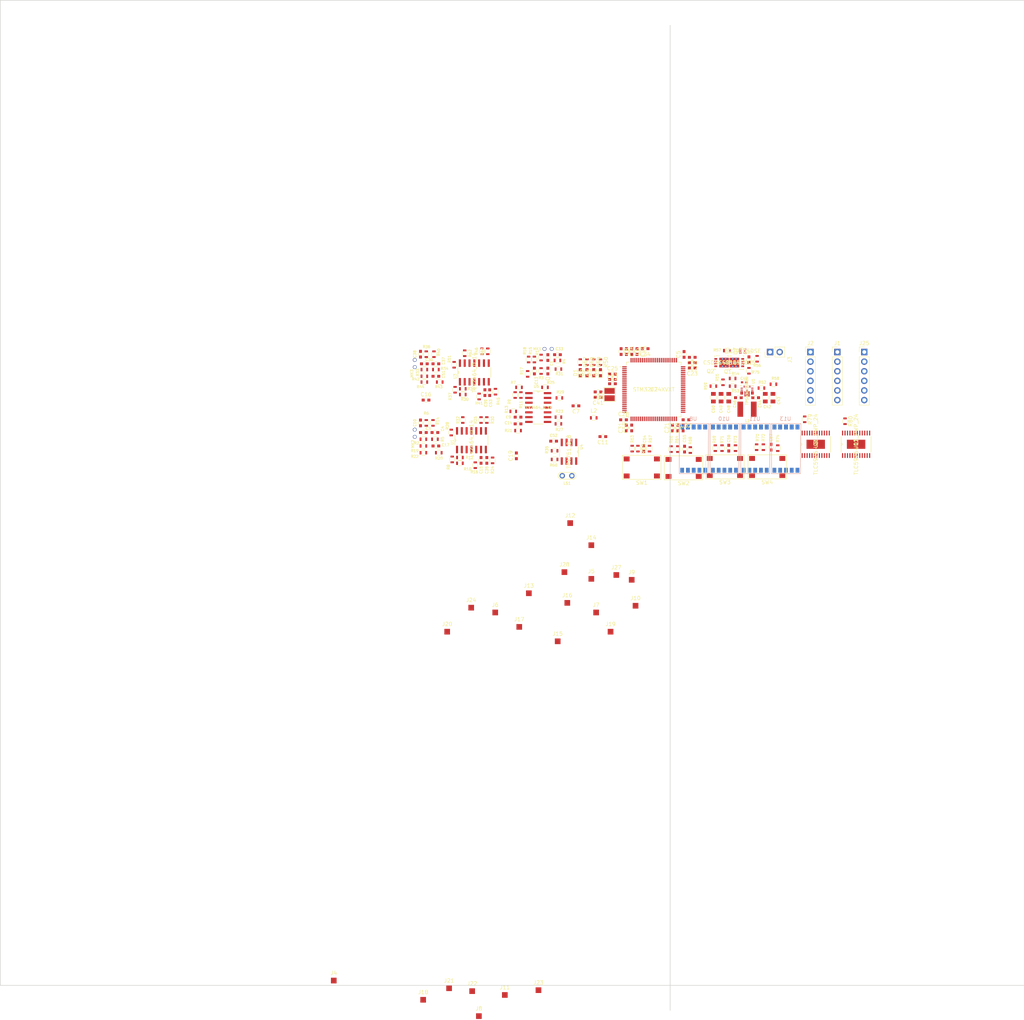
<source format=kicad_pcb>
(kicad_pcb (version 4) (host pcbnew 4.0.4-stable)
  (layers (0 F.Cu signal) (1 In1.Cu power) (2 In2.Cu power) (31 B.Cu signal) (36 B.SilkS user) (37 F.SilkS user) (38 B.Mask user) (39 F.Mask user) (44 Edge.Cuts user))
  (net 0 "")
  (net 1 GND)
  (net 2 "Net-(C1-Pad2)")
  (net 3 "Net-(C3-Pad2)")
  (net 4 VDD)
  (net 5 VDDA)
  (net 6 "Net-(C9-Pad2)")
  (net 7 "Net-(C10-Pad2)")
  (net 8 /Com_165A)
  (net 9 "Net-(C21-Pad2)")
  (net 10 "Net-(C23-Pad2)")
  (net 11 "Net-(C33-Pad2)")
  (net 12 /OSC_IN)
  (net 13 /OSC_OUT)
  (net 14 "Net-(C42-Pad2)")
  (net 15 "Net-(C45-Pad2)")
  (net 16 "Net-(C46-Pad2)")
  (net 17 "Net-(C47-Pad2)")
  (net 18 "Net-(C52-Pad2)")
  (net 19 "Net-(C54-Pad2)")
  (net 20 "Net-(C54-Pad1)")
  (net 21 "Net-(C55-Pad2)")
  (net 22 "Net-(C55-Pad1)")
  (net 23 "Net-(C56-Pad2)")
  (net 24 "Net-(C56-Pad1)")
  (net 25 "Net-(C57-Pad2)")
  (net 26 "Net-(C57-Pad1)")
  (net 27 "Net-(D1-Pad2)")
  (net 28 "Net-(D2-Pad2)")
  (net 29 "Net-(D3-Pad2)")
  (net 30 "Net-(D4-Pad2)")
  (net 31 /GPIO_1)
  (net 32 /GPIO_2)
  (net 33 /GPIO_3)
  (net 34 /GPIO_4)
  (net 35 /GPIO_5)
  (net 36 /GPIO_6)
  (net 37 /TCK)
  (net 38 /TMS)
  (net 39 /NRST)
  (net 40 /SWO)
  (net 41 /Batt+)
  (net 42 /In11)
  (net 43 /SCK)
  (net 44 /In12)
  (net 45 /MISO)
  (net 46 /In13)
  (net 47 /MOSI)
  (net 48 /DAC_O)
  (net 49 /SS1)
  (net 50 /SS2)
  (net 51 /Pop_Sup)
  (net 52 /SS4)
  (net 53 /BOOT0)
  (net 54 /TDI)
  (net 55 "Net-(L1-Pad1)")
  (net 56 "Net-(L1-Pad2)")
  (net 57 "Net-(LS1-Pad1)")
  (net 58 "Net-(LS1-Pad2)")
  (net 59 "Net-(MK1-Pad2)")
  (net 60 "Net-(MK2-Pad2)")
  (net 61 "Net-(MK3-Pad2)")
  (net 62 "Net-(Q1-Pad4)")
  (net 63 "Net-(Q1-Pad5)")
  (net 64 "Net-(Q2-Pad4)")
  (net 65 "Net-(R35-Pad2)")
  (net 66 /LED_R)
  (net 67 /LED_B)
  (net 68 /LED_Y)
  (net 69 /LED_G)
  (net 70 "Net-(R52-Pad2)")
  (net 71 "Net-(R53-Pad2)")
  (net 72 "Net-(R55-Pad2)")
  (net 73 "Net-(R57-Pad2)")
  (net 74 /UserBtn1)
  (net 75 /UserBtn3)
  (net 76 /UserBtn2)
  (net 77 /UserBtn4)
  (net 78 "Net-(R79-Pad2)")
  (net 79 "Net-(R80-Pad2)")
  (net 80 "Net-(U2-Pad5)")
  (net 81 "Net-(U2-Pad7)")
  (net 82 "Net-(U2-Pad8)")
  (net 83 "Net-(U2-Pad9)")
  (net 84 "Net-(U2-Pad15)")
  (net 85 "Net-(U2-Pad22)")
  (net 86 "Net-(U2-Pad23)")
  (net 87 "Net-(U2-Pad24)")
  (net 88 /SS3)
  (net 89 "Net-(U2-Pad36)")
  (net 90 "Net-(U2-Pad37)")
  (net 91 "Net-(U2-Pad38)")
  (net 92 "Net-(U2-Pad39)")
  (net 93 "Net-(U2-Pad40)")
  (net 94 "Net-(U2-Pad41)")
  (net 95 "Net-(U2-Pad42)")
  (net 96 "Net-(U2-Pad43)")
  (net 97 "Net-(U2-Pad44)")
  (net 98 "Net-(U2-Pad45)")
  (net 99 "Net-(U2-Pad46)")
  (net 100 "Net-(U2-Pad47)")
  (net 101 "Net-(U2-Pad51)")
  (net 102 "Net-(U2-Pad52)")
  (net 103 "Net-(U2-Pad53)")
  (net 104 "Net-(U2-Pad54)")
  (net 105 "Net-(U2-Pad55)")
  (net 106 "Net-(U2-Pad56)")
  (net 107 "Net-(U2-Pad57)")
  (net 108 "Net-(U2-Pad58)")
  (net 109 "Net-(U2-Pad63)")
  (net 110 "Net-(U2-Pad64)")
  (net 111 "Net-(U2-Pad65)")
  (net 112 "Net-(U2-Pad78)")
  (net 113 "Net-(U2-Pad79)")
  (net 114 "Net-(U2-Pad80)")
  (net 115 "Net-(U2-Pad81)")
  (net 116 "Net-(U2-Pad82)")
  (net 117 "Net-(U2-Pad83)")
  (net 118 "Net-(U2-Pad84)")
  (net 119 "Net-(U2-Pad85)")
  (net 120 "Net-(U2-Pad86)")
  (net 121 "Net-(U2-Pad87)")
  (net 122 "Net-(U2-Pad88)")
  (net 123 "Net-(U2-Pad90)")
  (net 124 "Net-(U2-Pad91)")
  (net 125 "Net-(U2-Pad92)")
  (net 126 "Net-(U2-Pad93)")
  (net 127 "Net-(U2-Pad95)")
  (net 128 "Net-(U2-Pad96)")
  (net 129 "Net-(U2-Pad97)")
  (net 130 "Net-(U2-Pad98)")
  (net 131 "Net-(U7-Pad1)")
  (net 132 "Net-(U8-Pad5)")
  (net 133 "Net-(U8-Pad4)")
  (net 134 "Net-(U8-Pad2)")
  (net 135 "Net-(U8-Pad1)")
  (net 136 "Net-(U8-Pad6)")
  (net 137 "Net-(U8-Pad7)")
  (net 138 "Net-(U8-Pad9)")
  (net 139 "Net-(U8-Pad10)")
  (net 140 "Net-(U10-Pad5)")
  (net 141 "Net-(U10-Pad4)")
  (net 142 "Net-(U10-Pad2)")
  (net 143 "Net-(U10-Pad1)")
  (net 144 "Net-(U10-Pad6)")
  (net 145 "Net-(U10-Pad7)")
  (net 146 "Net-(U10-Pad9)")
  (net 147 "Net-(U10-Pad10)")
  (net 148 "Net-(U11-Pad5)")
  (net 149 "Net-(U11-Pad4)")
  (net 150 "Net-(U11-Pad2)")
  (net 151 "Net-(U11-Pad1)")
  (net 152 "Net-(U11-Pad6)")
  (net 153 "Net-(U11-Pad7)")
  (net 154 "Net-(U11-Pad9)")
  (net 155 "Net-(U11-Pad10)")
  (net 156 "Net-(U12-Pad13)")
  (net 157 "Net-(U12-Pad18)")
  (net 158 "Net-(U12-Pad17)")
  (net 159 "Net-(U12-Pad16)")
  (net 160 "Net-(U12-Pad19)")
  (net 161 "Net-(U12-Pad20)")
  (net 162 "Net-(U12-Pad15)")
  (net 163 "Net-(U12-Pad14)")
  (net 164 "Net-(U12-Pad2)")
  (net 165 /Batt-)
  (net 166 "Net-(Q1-Pad1)")
  (net 167 /u1a+)
  (net 168 /u2a+)
  (net 169 /u1b-)
  (net 170 /u1bo)
  (net 171 "Net-(C15-Pad2)")
  (net 172 /u2b-)
  (net 173 /u2bo)
  (net 174 "Net-(C36-Pad2)")
  (net 175 /u3a+)
  (net 176 "Net-(C38-Pad2)")
  (net 177 "Net-(C39-Pad2)")
  (net 178 /u3b-)
  (net 179 /u3bo)
  (net 180 /u1a-)
  (net 181 /u2a-)
  (net 182 /u1ao)
  (net 183 /u2ao)
  (net 184 /u1b+)
  (net 185 /u2b+)
  (net 186 /u1c-)
  (net 187 /u1c+)
  (net 188 /u2c-)
  (net 189 /u1co)
  (net 190 /u2c+)
  (net 191 /u1d-)
  (net 192 /u2co)
  (net 193 /u2d-)
  (net 194 /u3a-)
  (net 195 /u3ao)
  (net 196 /u3b+)
  (net 197 /u3c-)
  (net 198 /u3c+)
  (net 199 /u3co)
  (net 200 /u3d-)
  (net 201 /Com_165B)
  (net 202 /Com_165C)
  (module Capacitors_SMD:C_0603 (layer F.Cu) (at 192.151 106.299 90)
    (fp_text reference C5 (at 0 -1.5 90) (layer F.SilkS))
    (fp_text value 1uF)
    (pad 2 smd rect (at 0.75 0 90) (size 0.8 0.75) (layers F.Cu F.Mask) (net 1 GND))
    (pad 1 smd rect (at -0.75 0 90) (size 0.8 0.75) (layers F.Cu F.Mask) (net 4 VDD))
  )
  (module Capacitors_SMD:C_0603 (layer F.Cu) (at 178.308 105.537 270)
    (fp_text reference C6 (at 0 -1.5 270) (layer F.SilkS))
    (fp_text value 100nF)
    (pad 2 smd rect (at 0.75 0 270) (size 0.8 0.75) (layers F.Cu F.Mask) (net 4 VDD))
    (pad 1 smd rect (at -0.75 0 270) (size 0.8 0.75) (layers F.Cu F.Mask) (net 1 GND))
  )
  (module Capacitors_SMD:C_0603 (layer F.Cu) (at 163.576 119.888 180)
    (fp_text reference C7 (at 0 -1.5 180) (layer F.SilkS))
    (fp_text value 100nF)
    (pad 2 smd rect (at 0.75 0 180) (size 0.8 0.75) (layers F.Cu F.Mask) (net 5 VDDA))
    (pad 1 smd rect (at -0.75 0 180) (size 0.8 0.75) (layers F.Cu F.Mask) (net 1 GND))
  )
  (module Capacitors_SMD:C_0603 (layer F.Cu) (at 175.514 105.537 270)
    (fp_text reference C8 (at 0 -1.5 270) (layer F.SilkS))
    (fp_text value 100nF)
    (pad 2 smd rect (at 0.75 0 270) (size 0.8 0.75) (layers F.Cu F.Mask) (net 4 VDD))
    (pad 1 smd rect (at -0.75 0 270) (size 0.8 0.75) (layers F.Cu F.Mask) (net 1 GND))
  )
  (module Capacitors_SMD:C_0603 (layer F.Cu) (at 170.688 128.016 180)
    (fp_text reference C11 (at 0 -1.5 180) (layer F.SilkS))
    (fp_text value 1uF)
    (pad 2 smd rect (at 0.75 0 180) (size 0.8 0.75) (layers F.Cu F.Mask) (net 5 VDDA))
    (pad 1 smd rect (at -0.75 0 180) (size 0.8 0.75) (layers F.Cu F.Mask) (net 1 GND))
  )
  (module Capacitors_SMD:C_0603 (layer F.Cu) (at 173.228 114.046)
    (fp_text reference C12 (at 0 -1.5) (layer F.SilkS))
    (fp_text value 100nF)
    (pad 2 smd rect (at 0.75 0) (size 0.8 0.75) (layers F.Cu F.Mask) (net 4 VDD))
    (pad 1 smd rect (at -0.75 0) (size 0.8 0.75) (layers F.Cu F.Mask) (net 1 GND))
  )
  (module Capacitors_SMD:C_0603 (layer F.Cu) (at 123.952 118.364)
    (fp_text reference C16 (at 0 -1.5) (layer F.SilkS))
    (fp_text value 10uF)
    (pad 2 smd rect (at 0.75 0) (size 0.8 0.75) (layers F.Cu F.Mask) (net 5 VDDA))
    (pad 1 smd rect (at -0.75 0) (size 0.8 0.75) (layers F.Cu F.Mask) (net 1 GND))
  )
  (module Capacitors_SMD:C_0603 (layer F.Cu) (at 191.897 125.73 90)
    (fp_text reference C18 (at 0 -1.5 90) (layer F.SilkS))
    (fp_text value 100nF)
    (pad 2 smd rect (at 0.75 0 90) (size 0.8 0.75) (layers F.Cu F.Mask) (net 4 VDD))
    (pad 1 smd rect (at -0.75 0 90) (size 0.8 0.75) (layers F.Cu F.Mask) (net 1 GND))
  )
  (module Capacitors_SMD:C_0603 (layer F.Cu) (at 147.828 133.096 90)
    (fp_text reference C19 (at 0 -1.5 90) (layer F.SilkS))
    (fp_text value 10uF)
    (pad 2 smd rect (at 0.75 0 90) (size 0.8 0.75) (layers F.Cu F.Mask) (net 5 VDDA))
    (pad 1 smd rect (at -0.75 0 90) (size 0.8 0.75) (layers F.Cu F.Mask) (net 1 GND))
  )
  (module Capacitors_SMD:C_0603 (layer F.Cu) (at 179.705 105.537 270)
    (fp_text reference C20 (at 0 -1.5 270) (layer F.SilkS))
    (fp_text value 100nF)
    (pad 2 smd rect (at 0.75 0 270) (size 0.8 0.75) (layers F.Cu F.Mask) (net 4 VDD))
    (pad 1 smd rect (at -0.75 0 270) (size 0.8 0.75) (layers F.Cu F.Mask) (net 1 GND))
  )
  (module Capacitors_SMD:C_0603 (layer F.Cu) (at 189.103 125.73 90)
    (fp_text reference C21 (at 0 -1.5 90) (layer F.SilkS))
    (fp_text value 2.2uF)
    (pad 2 smd rect (at 0.75 0 90) (size 0.8 0.75) (layers F.Cu F.Mask) (net 9 "Net-(C21-Pad2)"))
    (pad 1 smd rect (at -0.75 0 90) (size 0.8 0.75) (layers F.Cu F.Mask) (net 1 GND))
  )
  (module Capacitors_SMD:C_0603 (layer F.Cu) (at 194.31 108.458 180)
    (fp_text reference C22 (at 0 -1.5 180) (layer F.SilkS))
    (fp_text value 100nF)
    (pad 2 smd rect (at 0.75 0 180) (size 0.8 0.75) (layers F.Cu F.Mask) (net 4 VDD))
    (pad 1 smd rect (at -0.75 0 180) (size 0.8 0.75) (layers F.Cu F.Mask) (net 1 GND))
  )
  (module Capacitors_SMD:C_0603 (layer F.Cu) (at 194.31 109.855 180)
    (fp_text reference C23 (at 0 -1.5 180) (layer F.SilkS))
    (fp_text value 2.2uF)
    (pad 2 smd rect (at 0.75 0 180) (size 0.8 0.75) (layers F.Cu F.Mask) (net 10 "Net-(C23-Pad2)"))
    (pad 1 smd rect (at -0.75 0 180) (size 0.8 0.75) (layers F.Cu F.Mask) (net 1 GND))
  )
  (module Capacitors_SMD:C_0603 (layer F.Cu) (at 173.228 112.903)
    (fp_text reference C24 (at 0 -1.5) (layer F.SilkS))
    (fp_text value 100nF)
    (pad 2 smd rect (at 0.75 0) (size 0.8 0.75) (layers F.Cu F.Mask) (net 4 VDD))
    (pad 1 smd rect (at -0.75 0) (size 0.8 0.75) (layers F.Cu F.Mask) (net 1 GND))
  )
  (module Capacitors_SMD:C_0603 (layer F.Cu) (at 173.228 111.506)
    (fp_text reference C25 (at 0 -1.5) (layer F.SilkS))
    (fp_text value 100nF)
    (pad 2 smd rect (at 0.75 0) (size 0.8 0.75) (layers F.Cu F.Mask) (net 4 VDD))
    (pad 1 smd rect (at -0.75 0) (size 0.8 0.75) (layers F.Cu F.Mask) (net 1 GND))
  )
  (module Capacitors_SMD:C_0603 (layer F.Cu) (at 176.911 105.537 270)
    (fp_text reference C26 (at 0 -1.5 270) (layer F.SilkS))
    (fp_text value 100nF)
    (pad 2 smd rect (at 0.75 0 270) (size 0.8 0.75) (layers F.Cu F.Mask) (net 4 VDD))
    (pad 1 smd rect (at -0.75 0 270) (size 0.8 0.75) (layers F.Cu F.Mask) (net 1 GND))
  )
  (module Capacitors_SMD:C_0603 (layer F.Cu) (at 190.5 125.73 90)
    (fp_text reference C27 (at 0 -1.5 90) (layer F.SilkS))
    (fp_text value 100nF)
    (pad 2 smd rect (at 0.75 0 90) (size 0.8 0.75) (layers F.Cu F.Mask) (net 4 VDD))
    (pad 1 smd rect (at -0.75 0 90) (size 0.8 0.75) (layers F.Cu F.Mask) (net 1 GND))
  )
  (module Capacitors_SMD:C_0603 (layer F.Cu) (at 176.149 123.571)
    (fp_text reference C28 (at 0 -1.5) (layer F.SilkS))
    (fp_text value 100nF)
    (pad 2 smd rect (at 0.75 0) (size 0.8 0.75) (layers F.Cu F.Mask) (net 4 VDD))
    (pad 1 smd rect (at -0.75 0) (size 0.8 0.75) (layers F.Cu F.Mask) (net 1 GND))
  )
  (module Capacitors_SMD:C_0603 (layer F.Cu) (at 178.308 125.73 90)
    (fp_text reference C29 (at 0 -1.5 90) (layer F.SilkS))
    (fp_text value 100nF)
    (pad 2 smd rect (at 0.75 0 90) (size 0.8 0.75) (layers F.Cu F.Mask) (net 4 VDD))
    (pad 1 smd rect (at -0.75 0 90) (size 0.8 0.75) (layers F.Cu F.Mask) (net 1 GND))
  )
  (module Capacitors_SMD:C_0603 (layer F.Cu) (at 194.31 107.061 180)
    (fp_text reference C30 (at 0 -1.5 180) (layer F.SilkS))
    (fp_text value 100nF)
    (pad 2 smd rect (at 0.75 0 180) (size 0.8 0.75) (layers F.Cu F.Mask) (net 4 VDD))
    (pad 1 smd rect (at -0.75 0 180) (size 0.8 0.75) (layers F.Cu F.Mask) (net 1 GND))
  )
  (module Capacitors_SMD:C_0603 (layer F.Cu) (at 176.911 125.73 90)
    (fp_text reference C31 (at 0 -1.5 90) (layer F.SilkS))
    (fp_text value 100nF)
    (pad 2 smd rect (at 0.75 0 90) (size 0.8 0.75) (layers F.Cu F.Mask) (net 4 VDD))
    (pad 1 smd rect (at -0.75 0 90) (size 0.8 0.75) (layers F.Cu F.Mask) (net 1 GND))
  )
  (module Capacitors_SMD:C_0603 (layer F.Cu) (at 192.659 123.571 180)
    (fp_text reference C32 (at 0 -1.5 180) (layer F.SilkS))
    (fp_text value 100nF)
    (pad 2 smd rect (at 0.75 0 180) (size 0.8 0.75) (layers F.Cu F.Mask) (net 4 VDD))
    (pad 1 smd rect (at -0.75 0 180) (size 0.8 0.75) (layers F.Cu F.Mask) (net 1 GND))
  )
  (module Capacitors_SMD:C_0603 (layer F.Cu) (at 181.864 104.775 180)
    (fp_text reference C34 (at 0 -1.5 180) (layer F.SilkS))
    (fp_text value 4.7uF)
    (pad 2 smd rect (at 0.75 0 180) (size 0.8 0.75) (layers F.Cu F.Mask) (net 4 VDD))
    (pad 1 smd rect (at -0.75 0 180) (size 0.8 0.75) (layers F.Cu F.Mask) (net 1 GND))
  )
  (module Capacitors_SMD:C_0603 (layer F.Cu) (at 123.5075 108.7755)
    (fp_text reference C36 (at 1.27 -1.0795) (layer F.SilkS) (effects (font (size 0.7 0.7))))
    (fp_text value 33pF)
    (pad 2 smd rect (at 0.75 0) (size 0.8 0.75) (layers F.Cu F.Mask) (net 174 "Net-(C36-Pad2)"))
    (pad 1 smd rect (at -0.75 0) (size 0.8 0.75) (layers F.Cu F.Mask) (net 1 GND))
  )
  (module Capacitors_SMD:C_0603 (layer F.Cu) (at 169.418 116.205 180)
    (fp_text reference C40 (at 0 -1.5 180) (layer F.SilkS))
    (fp_text value 4.3pF)
    (pad 2 smd rect (at 0.75 0 180) (size 0.8 0.75) (layers F.Cu F.Mask) (net 1 GND))
    (pad 1 smd rect (at -0.75 0 180) (size 0.8 0.75) (layers F.Cu F.Mask) (net 12 /OSC_IN))
  )
  (module Capacitors_SMD:C_0603 (layer F.Cu) (at 169.418 117.602 180)
    (fp_text reference C41 (at 0 -1.5 180) (layer F.SilkS))
    (fp_text value 4.3pF)
    (pad 2 smd rect (at 0.75 0 180) (size 0.8 0.75) (layers F.Cu F.Mask) (net 1 GND))
    (pad 1 smd rect (at -0.75 0 180) (size 0.8 0.75) (layers F.Cu F.Mask) (net 13 /OSC_OUT))
  )
  (module Capacitors_SMD:C_0805 (layer F.Cu) (at 213.614 117.729 90)
    (fp_text reference C42 (at -2.413 0.508 180) (layer F.SilkS) (effects (font (size 0.7 0.7))))
    (fp_text value 10uF)
    (pad 1 smd rect (at -1 0 90) (size 1 1.25) (layers F.Cu F.Mask) (net 1 GND))
    (pad 2 smd rect (at 1 0 90) (size 1 1.25) (layers F.Cu F.Mask) (net 14 "Net-(C42-Pad2)"))
  )
  (module Capacitors_SMD:C_0805 (layer F.Cu) (at 215.646 117.729 90)
    (fp_text reference C43 (at -0.762 1.524 90) (layer F.SilkS) (effects (font (size 0.7 0.7))))
    (fp_text value 10uF)
    (pad 1 smd rect (at -1 0 90) (size 1 1.25) (layers F.Cu F.Mask) (net 1 GND))
    (pad 2 smd rect (at 1 0 90) (size 1 1.25) (layers F.Cu F.Mask) (net 14 "Net-(C42-Pad2)"))
  )
  (module Capacitors_SMD:C_0603 (layer F.Cu) (at 211.074 117.729 180)
    (fp_text reference C44 (at -1.143 -1.651 270) (layer F.SilkS) (effects (font (size 0.7 0.7))))
    (fp_text value 10uF)
    (pad 2 smd rect (at 0.75 0 180) (size 0.8 0.75) (layers F.Cu F.Mask) (net 14 "Net-(C42-Pad2)"))
    (pad 1 smd rect (at -0.75 0 180) (size 0.8 0.75) (layers F.Cu F.Mask) (net 1 GND))
  )
  (module Capacitors_SMD:C_0402 (layer F.Cu) (at 208.026 113.665)
    (fp_text reference C45 (at 0 -1.016) (layer F.SilkS) (effects (font (size 0.7 0.7))))
    (fp_text value 100nF)
    (pad 1 smd rect (at -0.55 0) (size 0.6 0.5) (layers F.Cu F.Mask) (net 1 GND))
    (pad 2 smd rect (at 0.55 0) (size 0.6 0.5) (layers F.Cu F.Mask) (net 15 "Net-(C45-Pad2)"))
  )
  (module Capacitors_SMD:C_0603 (layer F.Cu) (at 206.502 117.729)
    (fp_text reference C46 (at -0.9525 1.651 90) (layer F.SilkS) (effects (font (size 0.7 0.7))))
    (fp_text value 10uF)
    (pad 2 smd rect (at 0.75 0) (size 0.8 0.75) (layers F.Cu F.Mask) (net 16 "Net-(C46-Pad2)"))
    (pad 1 smd rect (at -0.75 0) (size 0.8 0.75) (layers F.Cu F.Mask) (net 1 GND))
  )
  (module Capacitors_SMD:C_0603 (layer F.Cu) (at 209.296 107.696 90)
    (fp_text reference C47 (at 1.905 -0.127 180) (layer F.SilkS) (effects (font (size 0.7 0.7))))
    (fp_text value 100nF)
    (pad 2 smd rect (at 0.75 0 90) (size 0.8 0.75) (layers F.Cu F.Mask) (net 17 "Net-(C47-Pad2)"))
    (pad 1 smd rect (at -0.75 0 90) (size 0.8 0.75) (layers F.Cu F.Mask) (net 165 /Batt-))
  )
  (module Capacitors_SMD:C_0805 (layer F.Cu) (at 203.962 117.729 90)
    (fp_text reference C48 (at -3.048 0 270) (layer F.SilkS) (effects (font (size 0.7 0.7))))
    (fp_text value 22uF)
    (pad 1 smd rect (at -1 0 90) (size 1 1.25) (layers F.Cu F.Mask) (net 1 GND))
    (pad 2 smd rect (at 1 0 90) (size 1 1.25) (layers F.Cu F.Mask) (net 16 "Net-(C46-Pad2)"))
  )
  (module Capacitors_SMD:C_0805 (layer F.Cu) (at 201.93 117.729 90)
    (fp_text reference C49 (at -3.048 0 270) (layer F.SilkS) (effects (font (size 0.7 0.7))))
    (fp_text value 22uF)
    (pad 1 smd rect (at -1 0 90) (size 1 1.25) (layers F.Cu F.Mask) (net 1 GND))
    (pad 2 smd rect (at 1 0 90) (size 1 1.25) (layers F.Cu F.Mask) (net 16 "Net-(C46-Pad2)"))
  )
  (module Capacitors_SMD:C_0805 (layer F.Cu) (at 199.898 117.729 90)
    (fp_text reference C50 (at -3.048 0 90) (layer F.SilkS) (effects (font (size 0.7 0.7))))
    (fp_text value 22uF)
    (pad 1 smd rect (at -1 0 90) (size 1 1.25) (layers F.Cu F.Mask) (net 1 GND))
    (pad 2 smd rect (at 1 0 90) (size 1 1.25) (layers F.Cu F.Mask) (net 16 "Net-(C46-Pad2)"))
  )
  (module Capacitors_SMD:C_0603 (layer F.Cu) (at 157.6705 129.2225)
    (fp_text reference C52 (at 0 -1.5) (layer F.SilkS) (effects (font (size 0.7 0.7))))
    (fp_text value 1uF)
    (pad 2 smd rect (at 0.75 0) (size 0.8 0.75) (layers F.Cu F.Mask) (net 18 "Net-(C52-Pad2)"))
    (pad 1 smd rect (at -0.75 0) (size 0.8 0.75) (layers F.Cu F.Mask) (net 1 GND))
  )
  (module Capacitors_SMD:C_0603 (layer F.Cu) (at 140.7795 116.3955 270)
    (fp_text reference C53 (at 2.794 -0.254 270) (layer F.SilkS) (effects (font (size 0.7 0.7))))
    (fp_text value "820 pF")
    (pad 2 smd rect (at 0.75 0 270) (size 0.8 0.75) (layers F.Cu F.Mask) (net 178 /u3b-))
    (pad 1 smd rect (at -0.75 0 270) (size 0.8 0.75) (layers F.Cu F.Mask) (net 179 /u3bo))
  )
  (module Capacitors_SMD:C_0603 (layer F.Cu) (at 181.483 131.191 270)
    (fp_text reference C54 (at -2.54 -0.254 270) (layer F.SilkS) (effects (font (size 0.7 0.7))))
    (fp_text value 10uF)
    (pad 2 smd rect (at 0.75 0 270) (size 0.8 0.75) (layers F.Cu F.Mask) (net 19 "Net-(C54-Pad2)"))
    (pad 1 smd rect (at -0.75 0 270) (size 0.8 0.75) (layers F.Cu F.Mask) (net 20 "Net-(C54-Pad1)"))
  )
  (module Capacitors_SMD:C_0603 (layer F.Cu) (at 192.278 131.318 270)
    (fp_text reference C55 (at -2.794 0 270) (layer F.SilkS) (effects (font (size 0.7 0.7))))
    (fp_text value 10uF)
    (pad 2 smd rect (at 0.75 0 270) (size 0.8 0.75) (layers F.Cu F.Mask) (net 21 "Net-(C55-Pad2)"))
    (pad 1 smd rect (at -0.75 0 270) (size 0.8 0.75) (layers F.Cu F.Mask) (net 22 "Net-(C55-Pad1)"))
  )
  (module Capacitors_SMD:C_0603 (layer F.Cu) (at 203.962 131.064 270)
    (fp_text reference C56 (at -2.54 0 270) (layer F.SilkS) (effects (font (size 0.7 0.7))))
    (fp_text value 10uF)
    (pad 2 smd rect (at 0.75 0 270) (size 0.8 0.75) (layers F.Cu F.Mask) (net 23 "Net-(C56-Pad2)"))
    (pad 1 smd rect (at -0.75 0 270) (size 0.8 0.75) (layers F.Cu F.Mask) (net 24 "Net-(C56-Pad1)"))
  )
  (module Capacitors_SMD:C_0603 (layer F.Cu) (at 215.138 130.81 270)
    (fp_text reference C57 (at -2.54 0 270) (layer F.SilkS) (effects (font (size 0.7 0.7))))
    (fp_text value 10uF)
    (pad 2 smd rect (at 0.75 0 270) (size 0.8 0.75) (layers F.Cu F.Mask) (net 25 "Net-(C57-Pad2)"))
    (pad 1 smd rect (at -0.75 0 270) (size 0.8 0.75) (layers F.Cu F.Mask) (net 26 "Net-(C57-Pad1)"))
  )
  (module LEDs:LED_0603 (layer F.Cu) (at 164.719 111.125 90)
    (fp_text reference D1 (at 0 -1.25 90) (layer F.SilkS))
    (fp_text value LED)
    (pad 2 smd rect (at 0.8 0 270) (size 0.8 0.8) (layers F.Cu F.Mask) (net 27 "Net-(D1-Pad2)"))
    (pad 1 smd rect (at -0.8 0 270) (size 0.8 0.8) (layers F.Cu F.Mask) (net 1 GND))
  )
  (module LEDs:LED_0603 (layer F.Cu) (at 166.497 111.125 90)
    (fp_text reference D2 (at 0 -1.25 90) (layer F.SilkS))
    (fp_text value LED)
    (pad 2 smd rect (at 0.8 0 270) (size 0.8 0.8) (layers F.Cu F.Mask) (net 28 "Net-(D2-Pad2)"))
    (pad 1 smd rect (at -0.8 0 270) (size 0.8 0.8) (layers F.Cu F.Mask) (net 1 GND))
  )
  (module LEDs:LED_0603 (layer F.Cu) (at 168.275 111.125 90)
    (fp_text reference D3 (at 0 -1.25 90) (layer F.SilkS))
    (fp_text value LED)
    (pad 2 smd rect (at 0.8 0 270) (size 0.8 0.8) (layers F.Cu F.Mask) (net 29 "Net-(D3-Pad2)"))
    (pad 1 smd rect (at -0.8 0 270) (size 0.8 0.8) (layers F.Cu F.Mask) (net 1 GND))
  )
  (module LEDs:LED_0603 (layer F.Cu) (at 170.053 111.125 90)
    (fp_text reference D4 (at 0 -1.25 90) (layer F.SilkS))
    (fp_text value LED)
    (pad 2 smd rect (at 0.8 0 270) (size 0.8 0.8) (layers F.Cu F.Mask) (net 30 "Net-(D4-Pad2)"))
    (pad 1 smd rect (at -0.8 0 270) (size 0.8 0.8) (layers F.Cu F.Mask) (net 1 GND))
  )
  (module Pin_Headers:Pin_Header_Straight_1x06_Pitch2.54mm (layer F.Cu) (at 225.552 105.664)
    (fp_text reference J2 (at 0 -2.33) (layer F.SilkS))
    (fp_text value Conn_01x06)
    (pad 1 thru_hole rect (at 0 0) (size 1.7 1.7) (drill 1) (layers *.Cu *.Mask) (net 4 VDD))
    (pad 2 thru_hole oval (at 0 2.54) (size 1.7 1.7) (drill 1) (layers *.Cu *.Mask) (net 37 /TCK))
    (pad 3 thru_hole oval (at 0 5.08) (size 1.7 1.7) (drill 1) (layers *.Cu *.Mask) (net 1 GND))
    (pad 4 thru_hole oval (at 0 7.62) (size 1.7 1.7) (drill 1) (layers *.Cu *.Mask) (net 38 /TMS))
    (pad 5 thru_hole oval (at 0 10.16) (size 1.7 1.7) (drill 1) (layers *.Cu *.Mask) (net 39 /NRST))
    (pad 6 thru_hole oval (at 0 12.7) (size 1.7 1.7) (drill 1) (layers *.Cu *.Mask) (net 40 /SWO))
  )
  (module Pin_Headers:Pin_Header_Straight_1x02_Pitch2.54mm (layer F.Cu) (at 214.884 105.664 90)
    (fp_text reference J3 (at -2.032 5.207 90) (layer F.SilkS))
    (fp_text value Conn_01x02)
    (pad 1 thru_hole rect (at 0 0 90) (size 1.7 1.7) (drill 1) (layers *.Cu *.Mask) (net 41 /Batt+))
    (pad 2 thru_hole oval (at 0 2.54 90) (size 1.7 1.7) (drill 1) (layers *.Cu *.Mask) (net 165 /Batt-))
  )
  (module Measurement_Points:Measurement_Point_Square-SMD-Pad_Small (layer F.Cu) (at 99.568 271.78)
    (fp_text reference J4 (at 0 -2) (layer F.SilkS))
    (fp_text value TEST_1P)
    (pad 1 smd rect (at 0 0) (size 1.5 1.5) (layers F.Cu F.Mask) (net 41 /Batt+))
  )
  (module Measurement_Points:Measurement_Point_Square-SMD-Pad_Small (layer F.Cu) (at 167.64 165.608)
    (fp_text reference J5 (at 0 -2) (layer F.SilkS))
    (fp_text value TEST_1P)
    (pad 1 smd rect (at 0 0) (size 1.5 1.5) (layers F.Cu F.Mask) (net 42 /In11))
  )
  (module Measurement_Points:Measurement_Point_Square-SMD-Pad_Small (layer F.Cu) (at 142.24 174.498)
    (fp_text reference J6 (at 0 -2) (layer F.SilkS))
    (fp_text value TEST_1P)
    (pad 1 smd rect (at 0 0) (size 1.5 1.5) (layers F.Cu F.Mask) (net 43 /SCK))
  )
  (module Measurement_Points:Measurement_Point_Square-SMD-Pad_Small (layer F.Cu) (at 168.91 174.498)
    (fp_text reference J7 (at 0 -2) (layer F.SilkS))
    (fp_text value TEST_1P)
    (pad 1 smd rect (at 0 0) (size 1.5 1.5) (layers F.Cu F.Mask) (net 31 /GPIO_1))
  )
  (module Measurement_Points:Measurement_Point_Square-SMD-Pad_Small (layer F.Cu) (at 137.922 281.178)
    (fp_text reference J8 (at 0 -2) (layer F.SilkS))
    (fp_text value TEST_1P)
    (pad 1 smd rect (at 0 0) (size 1.5 1.5) (layers F.Cu F.Mask) (net 44 /In12))
  )
  (module Measurement_Points:Measurement_Point_Square-SMD-Pad_Small (layer F.Cu) (at 178.308 165.862)
    (fp_text reference J9 (at 0 -2) (layer F.SilkS))
    (fp_text value TEST_1P)
    (pad 1 smd rect (at 0 0) (size 1.5 1.5) (layers F.Cu F.Mask) (net 4 VDD))
  )
  (module Measurement_Points:Measurement_Point_Square-SMD-Pad_Small (layer F.Cu) (at 179.324 172.72)
    (fp_text reference J10 (at 0 -2) (layer F.SilkS))
    (fp_text value TEST_1P)
    (pad 1 smd rect (at 0 0) (size 1.5 1.5) (layers F.Cu F.Mask) (net 45 /MISO))
  )
  (module Measurement_Points:Measurement_Point_Square-SMD-Pad_Small (layer F.Cu) (at 144.78 275.59)
    (fp_text reference J11 (at 0 -2) (layer F.SilkS))
    (fp_text value TEST_1P)
    (pad 1 smd rect (at 0 0) (size 1.5 1.5) (layers F.Cu F.Mask) (net 32 /GPIO_2))
  )
  (module Measurement_Points:Measurement_Point_Square-SMD-Pad_Small (layer F.Cu) (at 162.052 150.876)
    (fp_text reference J12 (at 0 -2) (layer F.SilkS))
    (fp_text value TEST_1P)
    (pad 1 smd rect (at 0 0) (size 1.5 1.5) (layers F.Cu F.Mask) (net 46 /In13))
  )
  (module Measurement_Points:Measurement_Point_Square-SMD-Pad_Small (layer F.Cu) (at 151.13 169.418)
    (fp_text reference J13 (at 0 -2) (layer F.SilkS))
    (fp_text value TEST_1P)
    (pad 1 smd rect (at 0 0) (size 1.5 1.5) (layers F.Cu F.Mask) (net 5 VDDA))
  )
  (module Measurement_Points:Measurement_Point_Square-SMD-Pad_Small (layer F.Cu) (at 167.64 156.718)
    (fp_text reference J14 (at 0 -2) (layer F.SilkS))
    (fp_text value TEST_1P)
    (pad 1 smd rect (at 0 0) (size 1.5 1.5) (layers F.Cu F.Mask) (net 47 /MOSI))
  )
  (module Measurement_Points:Measurement_Point_Square-SMD-Pad_Small (layer F.Cu) (at 158.75 182.118)
    (fp_text reference J15 (at 0 -2) (layer F.SilkS))
    (fp_text value TEST_1P)
    (pad 1 smd rect (at 0 0) (size 1.5 1.5) (layers F.Cu F.Mask) (net 33 /GPIO_3))
  )
  (module Measurement_Points:Measurement_Point_Square-SMD-Pad_Small (layer F.Cu) (at 161.29 171.958)
    (fp_text reference J16 (at 0 -2) (layer F.SilkS))
    (fp_text value TEST_1P)
    (pad 1 smd rect (at 0 0) (size 1.5 1.5) (layers F.Cu F.Mask) (net 1 GND))
  )
  (module Measurement_Points:Measurement_Point_Square-SMD-Pad_Small (layer F.Cu) (at 148.59 178.308)
    (fp_text reference J17 (at 0 -2) (layer F.SilkS))
    (fp_text value TEST_1P)
    (pad 1 smd rect (at 0 0) (size 1.5 1.5) (layers F.Cu F.Mask) (net 48 /DAC_O))
  )
  (module Measurement_Points:Measurement_Point_Square-SMD-Pad_Small (layer F.Cu) (at 123.19 276.86)
    (fp_text reference J18 (at 0 -2) (layer F.SilkS))
    (fp_text value TEST_1P)
    (pad 1 smd rect (at 0 0) (size 1.5 1.5) (layers F.Cu F.Mask) (net 49 /SS1))
  )
  (module Measurement_Points:Measurement_Point_Square-SMD-Pad_Small (layer F.Cu) (at 172.72 179.578)
    (fp_text reference J19 (at 0 -2) (layer F.SilkS))
    (fp_text value TEST_1P)
    (pad 1 smd rect (at 0 0) (size 1.5 1.5) (layers F.Cu F.Mask) (net 34 /GPIO_4))
  )
  (module Measurement_Points:Measurement_Point_Square-SMD-Pad_Small (layer F.Cu) (at 129.54 179.578)
    (fp_text reference J20 (at 0 -2) (layer F.SilkS))
    (fp_text value TEST_1P)
    (pad 1 smd rect (at 0 0) (size 1.5 1.5) (layers F.Cu F.Mask) (net 50 /SS2))
  )
  (module Measurement_Points:Measurement_Point_Square-SMD-Pad_Small (layer F.Cu) (at 130.048 273.812)
    (fp_text reference J21 (at 0 -2) (layer F.SilkS))
    (fp_text value TEST_1P)
    (pad 1 smd rect (at 0 0) (size 1.5 1.5) (layers F.Cu F.Mask) (net 35 /GPIO_5))
  )
  (module Measurement_Points:Measurement_Point_Square-SMD-Pad_Small (layer F.Cu) (at 136.144 274.574)
    (fp_text reference J22 (at 0 -2) (layer F.SilkS))
    (fp_text value TEST_1P)
    (pad 1 smd rect (at 0 0) (size 1.5 1.5) (layers F.Cu F.Mask) (net 39 /NRST))
  )
  (module Measurement_Points:Measurement_Point_Square-SMD-Pad_Small (layer F.Cu) (at 153.67 274.32)
    (fp_text reference J23 (at 0 -2) (layer F.SilkS))
    (fp_text value TEST_1P)
    (pad 1 smd rect (at 0 0) (size 1.5 1.5) (layers F.Cu F.Mask) (net 36 /GPIO_6))
  )
  (module Measurement_Points:Measurement_Point_Square-SMD-Pad_Small (layer F.Cu) (at 135.89 173.228)
    (fp_text reference J24 (at 0 -2) (layer F.SilkS))
    (fp_text value TEST_1P)
    (pad 1 smd rect (at 0 0) (size 1.5 1.5) (layers F.Cu F.Mask) (net 51 /Pop_Sup))
  )
  (module Pin_Headers:Pin_Header_Straight_1x06_Pitch2.54mm (layer F.Cu) (at 239.776 105.664)
    (fp_text reference J25 (at 0 -2.33) (layer F.SilkS))
    (fp_text value Conn_01x06)
    (pad 1 thru_hole rect (at 0 0) (size 1.7 1.7) (drill 1) (layers *.Cu *.Mask) (net 43 /SCK))
    (pad 2 thru_hole oval (at 0 2.54) (size 1.7 1.7) (drill 1) (layers *.Cu *.Mask) (net 45 /MISO))
    (pad 3 thru_hole oval (at 0 5.08) (size 1.7 1.7) (drill 1) (layers *.Cu *.Mask) (net 47 /MOSI))
    (pad 4 thru_hole oval (at 0 7.62) (size 1.7 1.7) (drill 1) (layers *.Cu *.Mask) (net 52 /SS4))
    (pad 5 thru_hole oval (at 0 10.16) (size 1.7 1.7) (drill 1) (layers *.Cu *.Mask) (net 4 VDD))
    (pad 6 thru_hole oval (at 0 12.7) (size 1.7 1.7) (drill 1) (layers *.Cu *.Mask) (net 1 GND))
  )
  (module Measurement_Points:Measurement_Point_Square-SMD-Pad_Small (layer F.Cu) (at 174.244 164.592)
    (fp_text reference J27 (at 0 -2) (layer F.SilkS))
    (fp_text value TEST_1P)
    (pad 1 smd rect (at 0 0) (size 1.5 1.5) (layers F.Cu F.Mask) (net 53 /BOOT0))
  )
  (module Measurement_Points:Measurement_Point_Square-SMD-Pad_Small (layer F.Cu) (at 160.528 163.83)
    (fp_text reference J28 (at 0 -2) (layer F.SilkS))
    (fp_text value TEST_1P)
    (pad 1 smd rect (at 0 0) (size 1.5 1.5) (layers F.Cu F.Mask) (net 54 /TDI))
  )
  (module custom:L_cust01 (layer F.Cu) (at 208.534 120.777)
    (fp_text reference L1 (at 0.381 3.048) (layer F.SilkS) (effects (font (size 0.7 0.7))))
    (fp_text value 1.5uH)
    (pad 1 smd rect (at -1.524 0) (size 1.5 4) (layers F.Cu F.Mask) (net 55 "Net-(L1-Pad1)"))
    (pad 2 smd rect (at 2.032 0) (size 1.5 4) (layers F.Cu F.Mask) (net 56 "Net-(L1-Pad2)"))
  )
  (module Inductors_SMD:L_0603 (layer F.Cu) (at 168.275 123.063)
    (fp_text reference L2 (at 0 -1.9) (layer F.SilkS))
    (fp_text value Ferrite_Bead)
    (pad 1 smd rect (at -0.75 0) (size 0.5 0.9) (layers F.Cu F.Mask) (net 5 VDDA))
    (pad 2 smd rect (at 0.75 0) (size 0.5 0.9) (layers F.Cu F.Mask) (net 4 VDD))
  )
  (module Measurement_Points:Test_Point_2Pads (layer F.Cu) (at 162.4965 138.3665 180)
    (fp_text reference LS1 (at 1.27 -2 180) (layer F.SilkS) (effects (font (size 0.7 0.7))))
    (fp_text value Speaker)
    (pad 1 thru_hole circle (at 0 0 180) (size 1.4 1.4) (drill 0.8128) (layers *.Cu *.Mask) (net 57 "Net-(LS1-Pad1)"))
    (pad 2 thru_hole circle (at 2.54 0 180) (size 1.4 1.4) (drill 0.8128) (layers *.Cu *.Mask) (net 58 "Net-(LS1-Pad2)"))
  )
  (module custom:CMC2242PBL (layer F.Cu) (at 157.1625 104.8385 180)
    (fp_text reference MK1 (at 3.81 0 180) (layer F.SilkS) (effects (font (size 0.7 0.7))))
    (fp_text value Microphone)
    (pad 1 thru_hole circle (at 0 0 180) (size 1 1) (drill 0.762) (layers *.Cu *.Mask) (net 1 GND))
    (pad 2 thru_hole circle (at 1.9 0 180) (size 1 1) (drill 0.762) (layers *.Cu *.Mask) (net 59 "Net-(MK1-Pad2)"))
  )
  (module custom:CMC2242PBL (layer F.Cu) (at 120.9675 126.1745 270)
    (fp_text reference MK2 (at 3.81 0.508 270) (layer F.SilkS) (effects (font (size 0.7 0.7))))
    (fp_text value Microphone)
    (pad 1 thru_hole circle (at 0 0 270) (size 1 1) (drill 0.762) (layers *.Cu *.Mask) (net 1 GND))
    (pad 2 thru_hole circle (at 1.9 0 270) (size 1 1) (drill 0.762) (layers *.Cu *.Mask) (net 60 "Net-(MK2-Pad2)"))
  )
  (module custom:CMC2242PBL (layer F.Cu) (at 120.9675 107.7595 270)
    (fp_text reference MK3 (at 3.556 0.762 270) (layer F.SilkS) (effects (font (size 0.7 0.7))))
    (fp_text value Microphone)
    (pad 1 thru_hole circle (at 0 0 270) (size 1 1) (drill 0.762) (layers *.Cu *.Mask) (net 1 GND))
    (pad 2 thru_hole circle (at 1.9 0 270) (size 1 1) (drill 0.762) (layers *.Cu *.Mask) (net 61 "Net-(MK3-Pad2)"))
  )
  (module custom:CSD16406Q3 (layer F.Cu) (at 206.121 108.458 180)
    (fp_text reference Q1 (at 2.413 -2.413 180) (layer F.SilkS))
    (fp_text value CSD16408Q5 (at 0 0 180) (layer F.SilkS))
    (pad 1 smd rect (at -1.525001 -0.975002 270) (size 0.439999 0.750001) (layers F.Cu F.Mask) (net 166 "Net-(Q1-Pad1)"))
    (pad 2 smd rect (at -1.525001 -0.325001 270) (size 0.439999 0.750001) (layers F.Cu F.Mask) (net 166 "Net-(Q1-Pad1)"))
    (pad 3 smd rect (at -1.525001 0.324998 270) (size 0.439999 0.750001) (layers F.Cu F.Mask) (net 166 "Net-(Q1-Pad1)"))
    (pad 4 smd rect (at -1.525001 0.974999 270) (size 0.439999 0.750001) (layers F.Cu F.Mask) (net 62 "Net-(Q1-Pad4)"))
    (pad 5 smd rect (at 1.525001 0.974999 270) (size 0.439999 0.750001) (layers F.Cu F.Mask) (net 63 "Net-(Q1-Pad5)"))
    (pad 6 smd rect (at 1.525001 0.325001 270) (size 0.439999 0.750001) (layers F.Cu F.Mask))
    (pad 7 smd rect (at 1.525001 -0.325001 270) (size 0.439999 0.750001) (layers F.Cu F.Mask))
    (pad 8 smd rect (at 1.525001 -0.974999 270) (size 0.439999 0.750001) (layers F.Cu F.Mask))
    (pad 9 smd rect (at 0.650001 0 180) (size 2.5 2.55) (layers F.Cu F.Mask))
    (pad V thru_hole circle (at 0.225999 -0.974999 180) (size 0.499999 0.499999) (drill 0.2032) (layers *.Cu *.Mask))
    (pad V thru_hole circle (at 1.101999 -0.974999 180) (size 0.499999 0.499999) (drill 0.2032) (layers *.Cu *.Mask))
    (pad V thru_hole circle (at 1.101999 0.974999 180) (size 0.499999 0.499999) (drill 0.2032) (layers *.Cu *.Mask))
    (pad V thru_hole circle (at 0.225999 0.974999 180) (size 0.499999 0.499999) (drill 0.2032) (layers *.Cu *.Mask))
    (pad V thru_hole circle (at 0.663999 0 180) (size 0.499999 0.499999) (drill 0.2032) (layers *.Cu *.Mask))
    (pad V thru_hole circle (at -0.212001 0 180) (size 0.499999 0.499999) (drill 0.2032) (layers *.Cu *.Mask))
    (pad V thru_hole circle (at 1.540002 0 180) (size 0.499999 0.499999) (drill 0.2032) (layers *.Cu *.Mask))
  )
  (module custom:CSD16406Q3 (layer F.Cu) (at 202.057 108.458)
    (fp_text reference Q2 (at -2.921 2.286) (layer F.SilkS))
    (fp_text value CSD16408Q5 (at 0 0) (layer F.SilkS))
    (pad 1 smd rect (at -1.525001 -0.975002 90) (size 0.439999 0.750001) (layers F.Cu F.Mask) (net 165 /Batt-))
    (pad 2 smd rect (at -1.525001 -0.325001 90) (size 0.439999 0.750001) (layers F.Cu F.Mask) (net 165 /Batt-))
    (pad 3 smd rect (at -1.525001 0.324998 90) (size 0.439999 0.750001) (layers F.Cu F.Mask) (net 165 /Batt-))
    (pad 4 smd rect (at -1.525001 0.974999 90) (size 0.439999 0.750001) (layers F.Cu F.Mask) (net 64 "Net-(Q2-Pad4)"))
    (pad 5 smd rect (at 1.525001 0.974999 90) (size 0.439999 0.750001) (layers F.Cu F.Mask) (net 63 "Net-(Q1-Pad5)"))
    (pad 6 smd rect (at 1.525001 0.325001 90) (size 0.439999 0.750001) (layers F.Cu F.Mask))
    (pad 7 smd rect (at 1.525001 -0.325001 90) (size 0.439999 0.750001) (layers F.Cu F.Mask))
    (pad 8 smd rect (at 1.525001 -0.974999 90) (size 0.439999 0.750001) (layers F.Cu F.Mask))
    (pad 9 smd rect (at 0.650001 0) (size 2.5 2.55) (layers F.Cu F.Mask))
    (pad V thru_hole circle (at 0.225999 -0.974999) (size 0.499999 0.499999) (drill 0.2032) (layers *.Cu *.Mask))
    (pad V thru_hole circle (at 1.101999 -0.974999) (size 0.499999 0.499999) (drill 0.2032) (layers *.Cu *.Mask))
    (pad V thru_hole circle (at 1.101999 0.974999) (size 0.499999 0.499999) (drill 0.2032) (layers *.Cu *.Mask))
    (pad V thru_hole circle (at 0.225999 0.974999) (size 0.499999 0.499999) (drill 0.2032) (layers *.Cu *.Mask))
    (pad V thru_hole circle (at 0.663999 0) (size 0.499999 0.499999) (drill 0.2032) (layers *.Cu *.Mask))
    (pad V thru_hole circle (at -0.212001 0) (size 0.499999 0.499999) (drill 0.2032) (layers *.Cu *.Mask))
    (pad V thru_hole circle (at 1.540002 0) (size 0.499999 0.499999) (drill 0.2032) (layers *.Cu *.Mask))
  )
  (module Resistors_SMD:R_0603 (layer F.Cu) (at 159.1945 117.7925 180)
    (fp_text reference R29 (at -0.254 1.524 180) (layer F.SilkS) (effects (font (size 0.7 0.7))))
    (fp_text value 0)
    (pad 1 smd rect (at -0.75 0 180) (size 0.5 0.9) (layers F.Cu F.Mask) (net 42 /In11))
    (pad 2 smd rect (at 0.75 0 180) (size 0.5 0.9) (layers F.Cu F.Mask) (net 191 /u1d-))
  )
  (module Resistors_SMD:R_0603 (layer F.Cu) (at 133.6675 123.6345 270)
    (fp_text reference R32 (at 0 1.27 270) (layer F.SilkS) (effects (font (size 0.7 0.7))))
    (fp_text value 0)
    (pad 1 smd rect (at -0.75 0 270) (size 0.5 0.9) (layers F.Cu F.Mask) (net 44 /In12))
    (pad 2 smd rect (at 0.75 0 270) (size 0.5 0.9) (layers F.Cu F.Mask) (net 193 /u2d-))
  )
  (module Resistors_SMD:R_0603 (layer F.Cu) (at 157.9245 131.7625)
    (fp_text reference R35 (at -2.032 -0.254 90) (layer F.SilkS) (effects (font (size 0.7 0.7))))
    (fp_text value 10K)
    (pad 1 smd rect (at -0.75 0) (size 0.5 0.9) (layers F.Cu F.Mask) (net 48 /DAC_O))
    (pad 2 smd rect (at 0.75 0) (size 0.5 0.9) (layers F.Cu F.Mask) (net 65 "Net-(R35-Pad2)"))
  )
  (module Resistors_SMD:R_0603 (layer F.Cu) (at 164.719 108.331 270)
    (fp_text reference R47 (at 0 -1.45 270) (layer F.SilkS))
    (fp_text value R)
    (pad 1 smd rect (at -0.75 0 270) (size 0.5 0.9) (layers F.Cu F.Mask) (net 66 /LED_R))
    (pad 2 smd rect (at 0.75 0 270) (size 0.5 0.9) (layers F.Cu F.Mask) (net 27 "Net-(D1-Pad2)"))
  )
  (module Resistors_SMD:R_0603 (layer F.Cu) (at 166.497 108.331 270)
    (fp_text reference R48 (at 0 -1.45 270) (layer F.SilkS))
    (fp_text value R)
    (pad 1 smd rect (at -0.75 0 270) (size 0.5 0.9) (layers F.Cu F.Mask) (net 67 /LED_B))
    (pad 2 smd rect (at 0.75 0 270) (size 0.5 0.9) (layers F.Cu F.Mask) (net 28 "Net-(D2-Pad2)"))
  )
  (module Resistors_SMD:R_0603 (layer F.Cu) (at 168.275 108.331 270)
    (fp_text reference R49 (at 0 -1.45 270) (layer F.SilkS))
    (fp_text value R)
    (pad 1 smd rect (at -0.75 0 270) (size 0.5 0.9) (layers F.Cu F.Mask) (net 68 /LED_Y))
    (pad 2 smd rect (at 0.75 0 270) (size 0.5 0.9) (layers F.Cu F.Mask) (net 29 "Net-(D3-Pad2)"))
  )
  (module Resistors_SMD:R_0603 (layer F.Cu) (at 170.053 108.331 270)
    (fp_text reference R50 (at 0 -1.45 270) (layer F.SilkS))
    (fp_text value R)
    (pad 1 smd rect (at -0.75 0 270) (size 0.5 0.9) (layers F.Cu F.Mask) (net 69 /LED_G))
    (pad 2 smd rect (at 0.75 0 270) (size 0.5 0.9) (layers F.Cu F.Mask) (net 30 "Net-(D4-Pad2)"))
  )
  (module Resistors_SMD:R_0603 (layer F.Cu) (at 212.598 115.189 180)
    (fp_text reference R52 (at -0.254 1.524 180) (layer F.SilkS) (effects (font (size 0.7 0.7))))
    (fp_text value 10K)
    (pad 1 smd rect (at -0.75 0 180) (size 0.5 0.9) (layers F.Cu F.Mask) (net 14 "Net-(C42-Pad2)"))
    (pad 2 smd rect (at 0.75 0 180) (size 0.5 0.9) (layers F.Cu F.Mask) (net 70 "Net-(R52-Pad2)"))
  )
  (module Resistors_SMD:R_0603 (layer F.Cu) (at 204.978 114.681)
    (fp_text reference R53 (at 0.762 1.27) (layer F.SilkS) (effects (font (size 0.7 0.7))))
    (fp_text value 470K)
    (pad 1 smd rect (at -0.75 0) (size 0.5 0.9) (layers F.Cu F.Mask) (net 16 "Net-(C46-Pad2)"))
    (pad 2 smd rect (at 0.75 0) (size 0.5 0.9) (layers F.Cu F.Mask) (net 71 "Net-(R53-Pad2)"))
  )
  (module Resistors_SMD:R_0603 (layer F.Cu) (at 204.978 112.649 180)
    (fp_text reference R54 (at -0.762 1.27 360) (layer F.SilkS) (effects (font (size 0.7 0.7))))
    (fp_text value 150K)
    (pad 1 smd rect (at -0.75 0 180) (size 0.5 0.9) (layers F.Cu F.Mask) (net 71 "Net-(R53-Pad2)"))
    (pad 2 smd rect (at 0.75 0 180) (size 0.5 0.9) (layers F.Cu F.Mask) (net 1 GND))
  )
  (module Resistors_SMD:R_0603 (layer F.Cu) (at 202.438 113.665 90)
    (fp_text reference R55 (at 1.27 -1.524 90) (layer F.SilkS) (effects (font (size 0.7 0.7))))
    (fp_text value 10K)
    (pad 1 smd rect (at -0.75 0 90) (size 0.5 0.9) (layers F.Cu F.Mask) (net 16 "Net-(C46-Pad2)"))
    (pad 2 smd rect (at 0.75 0 90) (size 0.5 0.9) (layers F.Cu F.Mask) (net 72 "Net-(R55-Pad2)"))
  )
  (module Resistors_SMD:R_0603 (layer F.Cu) (at 211.455 107.442 90)
    (fp_text reference R56 (at -1.778 0 180) (layer F.SilkS) (effects (font (size 0.7 0.7))))
    (fp_text value 330)
    (pad 1 smd rect (at -0.75 0 90) (size 0.5 0.9) (layers F.Cu F.Mask) (net 17 "Net-(C47-Pad2)"))
    (pad 2 smd rect (at 0.75 0 90) (size 0.5 0.9) (layers F.Cu F.Mask) (net 41 /Batt+))
  )
  (module Resistors_SMD:R_0603 (layer F.Cu) (at 203.454 105.283)
    (fp_text reference R57 (at -2.54 -0.127) (layer F.SilkS) (effects (font (size 0.7 0.7))))
    (fp_text value 2.2K)
    (pad 1 smd rect (at -0.75 0) (size 0.5 0.9) (layers F.Cu F.Mask) (net 1 GND))
    (pad 2 smd rect (at 0.75 0) (size 0.5 0.9) (layers F.Cu F.Mask) (net 73 "Net-(R57-Pad2)"))
  )
  (module Resistors_SMD:R_0603 (layer F.Cu) (at 215.773 114.173)
    (fp_text reference R58 (at 0.508 -1.524) (layer F.SilkS) (effects (font (size 0.7 0.7))))
    (fp_text value 0)
    (pad 1 smd rect (at -0.75 0) (size 0.5 0.9) (layers F.Cu F.Mask) (net 14 "Net-(C42-Pad2)"))
    (pad 2 smd rect (at 0.75 0) (size 0.5 0.9) (layers F.Cu F.Mask) (net 41 /Batt+))
  )
  (module Resistors_SMD:R_0603 (layer F.Cu) (at 199.898 114.681)
    (fp_text reference R59 (at -2.032 0 90) (layer F.SilkS) (effects (font (size 0.7 0.7))))
    (fp_text value 0)
    (pad 1 smd rect (at -0.75 0) (size 0.5 0.9) (layers F.Cu F.Mask) (net 4 VDD))
    (pad 2 smd rect (at 0.75 0) (size 0.5 0.9) (layers F.Cu F.Mask) (net 16 "Net-(C46-Pad2)"))
  )
  (module Resistors_SMD:R_0603 (layer F.Cu) (at 157.9245 134.0485)
    (fp_text reference R60 (at -0.254 1.524) (layer F.SilkS) (effects (font (size 0.7 0.7))))
    (fp_text value 10K)
    (pad 1 smd rect (at -0.75 0) (size 0.5 0.9) (layers F.Cu F.Mask) (net 65 "Net-(R35-Pad2)"))
    (pad 2 smd rect (at 0.75 0) (size 0.5 0.9) (layers F.Cu F.Mask) (net 58 "Net-(LS1-Pad2)"))
  )
  (module Resistors_SMD:R_0603 (layer F.Cu) (at 140.2715 105.4735 90)
    (fp_text reference R61 (at 0 -1.45 90) (layer F.SilkS) (effects (font (size 0.7 0.7))))
    (fp_text value 10K)
    (pad 1 smd rect (at -0.75 0 90) (size 0.5 0.9) (layers F.Cu F.Mask) (net 199 /u3co))
    (pad 2 smd rect (at 0.75 0 90) (size 0.5 0.9) (layers F.Cu F.Mask) (net 197 /u3c-))
  )
  (module Resistors_SMD:R_0603 (layer F.Cu) (at 134.1755 105.9815 270)
    (fp_text reference R62 (at 0 -1.45 270) (layer F.SilkS) (effects (font (size 0.7 0.7))))
    (fp_text value 0)
    (pad 1 smd rect (at -0.75 0 270) (size 0.5 0.9) (layers F.Cu F.Mask) (net 46 /In13))
    (pad 2 smd rect (at 0.75 0 270) (size 0.5 0.9) (layers F.Cu F.Mask) (net 200 /u3d-))
  )
  (module Resistors_SMD:R_0603 (layer F.Cu) (at 178.435 131.191 90)
    (fp_text reference R63 (at 2.54 0 90) (layer F.SilkS) (effects (font (size 0.7 0.7))))
    (fp_text value 330)
    (pad 1 smd rect (at -0.75 0 90) (size 0.5 0.9) (layers F.Cu F.Mask) (net 19 "Net-(C54-Pad2)"))
    (pad 2 smd rect (at 0.75 0 90) (size 0.5 0.9) (layers F.Cu F.Mask) (net 74 /UserBtn1))
  )
  (module Resistors_SMD:R_0603 (layer F.Cu) (at 190.5 131.318 90)
    (fp_text reference R64 (at 2.54 -0.254 90) (layer F.SilkS) (effects (font (size 0.7 0.7))))
    (fp_text value 330)
    (pad 1 smd rect (at -0.75 0 90) (size 0.5 0.9) (layers F.Cu F.Mask) (net 21 "Net-(C55-Pad2)"))
    (pad 2 smd rect (at 0.75 0 90) (size 0.5 0.9) (layers F.Cu F.Mask) (net 75 /UserBtn3))
  )
  (module Resistors_SMD:R_0603 (layer F.Cu) (at 179.959 131.191 270)
    (fp_text reference R65 (at 0 -1.45 270) (layer F.SilkS))
    (fp_text value 220K)
    (pad 1 smd rect (at -0.75 0 270) (size 0.5 0.9) (layers F.Cu F.Mask) (net 1 GND))
    (pad 2 smd rect (at 0.75 0 270) (size 0.5 0.9) (layers F.Cu F.Mask) (net 19 "Net-(C54-Pad2)"))
  )
  (module Resistors_SMD:R_0603 (layer F.Cu) (at 188.722 131.318 270)
    (fp_text reference R66 (at -2.54 0 270) (layer F.SilkS) (effects (font (size 0.7 0.7))))
    (fp_text value 220K)
    (pad 1 smd rect (at -0.75 0 270) (size 0.5 0.9) (layers F.Cu F.Mask) (net 1 GND))
    (pad 2 smd rect (at 0.75 0 270) (size 0.5 0.9) (layers F.Cu F.Mask) (net 21 "Net-(C55-Pad2)"))
  )
  (module Resistors_SMD:R_0603 (layer F.Cu) (at 183.007 131.191 270)
    (fp_text reference R67 (at -2.54 -0.254 270) (layer F.SilkS) (effects (font (size 0.7 0.7))))
    (fp_text value 100)
    (pad 1 smd rect (at -0.75 0 270) (size 0.5 0.9) (layers F.Cu F.Mask) (net 20 "Net-(C54-Pad1)"))
    (pad 2 smd rect (at 0.75 0 270) (size 0.5 0.9) (layers F.Cu F.Mask) (net 4 VDD))
  )
  (module Resistors_SMD:R_0603 (layer F.Cu) (at 193.802 131.572 270)
    (fp_text reference R68 (at -2.54 0 270) (layer F.SilkS) (effects (font (size 0.7 0.7))))
    (fp_text value 100)
    (pad 1 smd rect (at -0.75 0 270) (size 0.5 0.9) (layers F.Cu F.Mask) (net 22 "Net-(C55-Pad1)"))
    (pad 2 smd rect (at 0.75 0 270) (size 0.5 0.9) (layers F.Cu F.Mask) (net 4 VDD))
  )
  (module Resistors_SMD:R_0603 (layer F.Cu) (at 200.406 131.064 90)
    (fp_text reference R69 (at 2.286 -0.254 90) (layer F.SilkS) (effects (font (size 0.7 0.7))))
    (fp_text value 330)
    (pad 1 smd rect (at -0.75 0 90) (size 0.5 0.9) (layers F.Cu F.Mask) (net 23 "Net-(C56-Pad2)"))
    (pad 2 smd rect (at 0.75 0 90) (size 0.5 0.9) (layers F.Cu F.Mask) (net 76 /UserBtn2))
  )
  (module Resistors_SMD:R_0603 (layer F.Cu) (at 211.328 130.81 90)
    (fp_text reference R70 (at 2.54 0.254 90) (layer F.SilkS) (effects (font (size 0.7 0.7))))
    (fp_text value 330)
    (pad 1 smd rect (at -0.75 0 90) (size 0.5 0.9) (layers F.Cu F.Mask) (net 25 "Net-(C57-Pad2)"))
    (pad 2 smd rect (at 0.75 0 90) (size 0.5 0.9) (layers F.Cu F.Mask) (net 77 /UserBtn4))
  )
  (module Resistors_SMD:R_0603 (layer F.Cu) (at 202.184 131.064 270)
    (fp_text reference R71 (at -2.286 0 270) (layer F.SilkS) (effects (font (size 0.7 0.7))))
    (fp_text value 220K)
    (pad 1 smd rect (at -0.75 0 270) (size 0.5 0.9) (layers F.Cu F.Mask) (net 1 GND))
    (pad 2 smd rect (at 0.75 0 270) (size 0.5 0.9) (layers F.Cu F.Mask) (net 23 "Net-(C56-Pad2)"))
  )
  (module Resistors_SMD:R_0603 (layer F.Cu) (at 213.106 130.81 270)
    (fp_text reference R72 (at -2.54 0 270) (layer F.SilkS) (effects (font (size 0.7 0.7))))
    (fp_text value 220K)
    (pad 1 smd rect (at -0.75 0 270) (size 0.5 0.9) (layers F.Cu F.Mask) (net 1 GND))
    (pad 2 smd rect (at 0.75 0 270) (size 0.5 0.9) (layers F.Cu F.Mask) (net 25 "Net-(C57-Pad2)"))
  )
  (module Resistors_SMD:R_0603 (layer F.Cu) (at 205.74 131.064 270)
    (fp_text reference R73 (at -2.286 0 270) (layer F.SilkS) (effects (font (size 0.7 0.7))))
    (fp_text value 100)
    (pad 1 smd rect (at -0.75 0 270) (size 0.5 0.9) (layers F.Cu F.Mask) (net 24 "Net-(C56-Pad1)"))
    (pad 2 smd rect (at 0.75 0 270) (size 0.5 0.9) (layers F.Cu F.Mask) (net 4 VDD))
  )
  (module Resistors_SMD:R_0603 (layer F.Cu) (at 216.916 131.064 270)
    (fp_text reference R74 (at -2.54 0 270) (layer F.SilkS) (effects (font (size 0.7 0.7))))
    (fp_text value 100)
    (pad 1 smd rect (at -0.75 0 270) (size 0.5 0.9) (layers F.Cu F.Mask) (net 26 "Net-(C57-Pad1)"))
    (pad 2 smd rect (at 0.75 0 270) (size 0.5 0.9) (layers F.Cu F.Mask) (net 4 VDD))
  )
  (module Resistors_SMD:R_0603 (layer F.Cu) (at 224.028 123.444 270)
    (fp_text reference R79 (at 0 -1.45 270) (layer F.SilkS))
    (fp_text value 750)
    (pad 1 smd rect (at -0.75 0 270) (size 0.5 0.9) (layers F.Cu F.Mask) (net 1 GND))
    (pad 2 smd rect (at 0.75 0 270) (size 0.5 0.9) (layers F.Cu F.Mask) (net 78 "Net-(R79-Pad2)"))
  )
  (module Resistors_SMD:R_0603 (layer F.Cu) (at 234.696 123.952 270)
    (fp_text reference R80 (at 0 -1.45 270) (layer F.SilkS))
    (fp_text value 750)
    (pad 1 smd rect (at -0.75 0 270) (size 0.5 0.9) (layers F.Cu F.Mask) (net 1 GND))
    (pad 2 smd rect (at 0.75 0 270) (size 0.5 0.9) (layers F.Cu F.Mask) (net 79 "Net-(R80-Pad2)"))
  )
  (module custom:ADTSM6 (layer F.Cu) (at 180.975 136.017)
    (fp_text reference SW1 (at 0 4.2) (layer F.SilkS))
    (fp_text value SW_Push_Dual)
    (pad 1 smd rect (at -4 -2.1) (size 1.55 1.3) (layers F.Cu F.Mask) (net 19 "Net-(C54-Pad2)"))
    (pad 2 smd rect (at 4 -2.1) (size 1.55 1.3) (layers F.Cu F.Mask) (net 4 VDD))
    (pad 3 smd rect (at -4 2.4) (size 1.55 1.3) (layers F.Cu F.Mask) (net 19 "Net-(C54-Pad2)"))
    (pad 4 smd rect (at 4 2.4) (size 1.55 1.3) (layers F.Cu F.Mask) (net 4 VDD))
  )
  (module custom:ADTSM6 (layer F.Cu) (at 192.024 136.144)
    (fp_text reference SW2 (at 0 4.2) (layer F.SilkS))
    (fp_text value SW_Push_Dual)
    (pad 1 smd rect (at -4 -2.1) (size 1.55 1.3) (layers F.Cu F.Mask) (net 21 "Net-(C55-Pad2)"))
    (pad 2 smd rect (at 4 -2.1) (size 1.55 1.3) (layers F.Cu F.Mask) (net 4 VDD))
    (pad 3 smd rect (at -4 2.4) (size 1.55 1.3) (layers F.Cu F.Mask) (net 21 "Net-(C55-Pad2)"))
    (pad 4 smd rect (at 4 2.4) (size 1.55 1.3) (layers F.Cu F.Mask) (net 4 VDD))
  )
  (module custom:ADTSM6 (layer F.Cu) (at 202.946 135.89)
    (fp_text reference SW3 (at 0 4.2) (layer F.SilkS))
    (fp_text value SW_Push_Dual)
    (pad 1 smd rect (at -4 -2.1) (size 1.55 1.3) (layers F.Cu F.Mask) (net 23 "Net-(C56-Pad2)"))
    (pad 2 smd rect (at 4 -2.1) (size 1.55 1.3) (layers F.Cu F.Mask) (net 4 VDD))
    (pad 3 smd rect (at -4 2.4) (size 1.55 1.3) (layers F.Cu F.Mask) (net 23 "Net-(C56-Pad2)"))
    (pad 4 smd rect (at 4 2.4) (size 1.55 1.3) (layers F.Cu F.Mask) (net 4 VDD))
  )
  (module custom:ADTSM6 (layer F.Cu) (at 214.122 135.89)
    (fp_text reference SW4 (at 0 4.2) (layer F.SilkS))
    (fp_text value SW_Push_Dual)
    (pad 1 smd rect (at -4 -2.1) (size 1.55 1.3) (layers F.Cu F.Mask) (net 25 "Net-(C57-Pad2)"))
    (pad 2 smd rect (at 4 -2.1) (size 1.55 1.3) (layers F.Cu F.Mask) (net 4 VDD))
    (pad 3 smd rect (at -4 2.4) (size 1.55 1.3) (layers F.Cu F.Mask) (net 25 "Net-(C57-Pad2)"))
    (pad 4 smd rect (at 4 2.4) (size 1.55 1.3) (layers F.Cu F.Mask) (net 4 VDD))
  )
  (module custom:STM32F74XVXT (layer F.Cu) (at 184.15 115.57)
    (fp_text reference U2 (at 0 0) (layer F.SilkS))
    (fp_text value STM32F74XVXT (at 0 0) (layer F.SilkS))
    (pad 1 smd rect (at -7.75 -6.000001) (size 1.2 0.3) (layers F.Cu F.Mask) (net 66 /LED_R))
    (pad 2 smd rect (at -7.75 -5.499999) (size 1.2 0.3) (layers F.Cu F.Mask) (net 67 /LED_B))
    (pad 3 smd rect (at -7.75 -5) (size 1.2 0.3) (layers F.Cu F.Mask) (net 68 /LED_Y))
    (pad 4 smd rect (at -7.75 -4.500001) (size 1.2 0.3) (layers F.Cu F.Mask) (net 69 /LED_G))
    (pad 5 smd rect (at -7.75 -4) (size 1.2 0.3) (layers F.Cu F.Mask) (net 80 "Net-(U2-Pad5)"))
    (pad 6 smd rect (at -7.75 -3.500001) (size 1.2 0.3) (layers F.Cu F.Mask) (net 4 VDD))
    (pad 7 smd rect (at -7.75 -2.999999) (size 1.2 0.3) (layers F.Cu F.Mask) (net 81 "Net-(U2-Pad7)"))
    (pad 8 smd rect (at -7.75 -2.5) (size 1.2 0.3) (layers F.Cu F.Mask) (net 82 "Net-(U2-Pad8)"))
    (pad 9 smd rect (at -7.75 -2.000001) (size 1.2 0.3) (layers F.Cu F.Mask) (net 83 "Net-(U2-Pad9)"))
    (pad 10 smd rect (at -7.75 -1.5) (size 1.2 0.3) (layers F.Cu F.Mask) (net 1 GND))
    (pad 11 smd rect (at -7.75 -1.000001) (size 1.2 0.3) (layers F.Cu F.Mask) (net 4 VDD))
    (pad 12 smd rect (at -7.75 -0.500002) (size 1.2 0.3) (layers F.Cu F.Mask) (net 12 /OSC_IN))
    (pad 13 smd rect (at -7.75 0) (size 1.2 0.3) (layers F.Cu F.Mask) (net 13 /OSC_OUT))
    (pad 14 smd rect (at -7.75 0.499999) (size 1.2 0.3) (layers F.Cu F.Mask) (net 39 /NRST))
    (pad 15 smd rect (at -7.75 1.000001) (size 1.2 0.3) (layers F.Cu F.Mask) (net 84 "Net-(U2-Pad15)"))
    (pad 16 smd rect (at -7.75 1.5) (size 1.2 0.3) (layers F.Cu F.Mask) (net 42 /In11))
    (pad 17 smd rect (at -7.75 1.999999) (size 1.2 0.3) (layers F.Cu F.Mask) (net 44 /In12))
    (pad 18 smd rect (at -7.75 2.5) (size 1.2 0.3) (layers F.Cu F.Mask) (net 46 /In13))
    (pad 19 smd rect (at -7.75 2.999999) (size 1.2 0.3) (layers F.Cu F.Mask) (net 1 GND))
    (pad 20 smd rect (at -7.75 3.500001) (size 1.2 0.3) (layers F.Cu F.Mask) (net 5 VDDA))
    (pad 21 smd rect (at -7.75 4) (size 1.2 0.3) (layers F.Cu F.Mask) (net 5 VDDA))
    (pad 22 smd rect (at -7.75 4.499999) (size 1.2 0.3) (layers F.Cu F.Mask) (net 85 "Net-(U2-Pad22)"))
    (pad 23 smd rect (at -7.75 5) (size 1.2 0.3) (layers F.Cu F.Mask) (net 86 "Net-(U2-Pad23)"))
    (pad 24 smd rect (at -7.75 5.499999) (size 1.2 0.3) (layers F.Cu F.Mask) (net 87 "Net-(U2-Pad24)"))
    (pad 25 smd rect (at -7.75 6.000001) (size 1.2 0.3) (layers F.Cu F.Mask) (net 51 /Pop_Sup))
    (pad 26 smd rect (at -6.000001 7.75 90) (size 1.2 0.3) (layers F.Cu F.Mask) (net 1 GND))
    (pad 27 smd rect (at -5.499999 7.75 90) (size 1.2 0.3) (layers F.Cu F.Mask) (net 4 VDD))
    (pad 28 smd rect (at -5 7.75 90) (size 1.2 0.3) (layers F.Cu F.Mask) (net 48 /DAC_O))
    (pad 29 smd rect (at -4.500001 7.75 90) (size 1.2 0.3) (layers F.Cu F.Mask) (net 43 /SCK))
    (pad 30 smd rect (at -4 7.75 90) (size 1.2 0.3) (layers F.Cu F.Mask) (net 45 /MISO))
    (pad 31 smd rect (at -3.500001 7.75 90) (size 1.2 0.3) (layers F.Cu F.Mask) (net 47 /MOSI))
    (pad 32 smd rect (at -2.999999 7.75 90) (size 1.2 0.3) (layers F.Cu F.Mask) (net 49 /SS1))
    (pad 33 smd rect (at -2.5 7.75 90) (size 1.2 0.3) (layers F.Cu F.Mask) (net 50 /SS2))
    (pad 34 smd rect (at -2.000001 7.75 90) (size 1.2 0.3) (layers F.Cu F.Mask) (net 88 /SS3))
    (pad 35 smd rect (at -1.5 7.75 90) (size 1.2 0.3) (layers F.Cu F.Mask) (net 52 /SS4))
    (pad 36 smd rect (at -1.000001 7.75 90) (size 1.2 0.3) (layers F.Cu F.Mask) (net 89 "Net-(U2-Pad36)"))
    (pad 37 smd rect (at -0.499999 7.75 90) (size 1.2 0.3) (layers F.Cu F.Mask) (net 90 "Net-(U2-Pad37)"))
    (pad 38 smd rect (at 0 7.75 90) (size 1.2 0.3) (layers F.Cu F.Mask) (net 91 "Net-(U2-Pad38)"))
    (pad 39 smd rect (at 0.499999 7.75 90) (size 1.2 0.3) (layers F.Cu F.Mask) (net 92 "Net-(U2-Pad39)"))
    (pad 40 smd rect (at 1.000001 7.75 90) (size 1.2 0.3) (layers F.Cu F.Mask) (net 93 "Net-(U2-Pad40)"))
    (pad 41 smd rect (at 1.5 7.75 90) (size 1.2 0.3) (layers F.Cu F.Mask) (net 94 "Net-(U2-Pad41)"))
    (pad 42 smd rect (at 2.000001 7.75 90) (size 1.2 0.3) (layers F.Cu F.Mask) (net 95 "Net-(U2-Pad42)"))
    (pad 43 smd rect (at 2.5 7.75 90) (size 1.2 0.3) (layers F.Cu F.Mask) (net 96 "Net-(U2-Pad43)"))
    (pad 44 smd rect (at 2.999999 7.75 90) (size 1.2 0.3) (layers F.Cu F.Mask) (net 97 "Net-(U2-Pad44)"))
    (pad 45 smd rect (at 3.500001 7.75 90) (size 1.2 0.3) (layers F.Cu F.Mask) (net 98 "Net-(U2-Pad45)"))
    (pad 46 smd rect (at 4 7.75 90) (size 1.2 0.3) (layers F.Cu F.Mask) (net 99 "Net-(U2-Pad46)"))
    (pad 47 smd rect (at 4.500001 7.75 90) (size 1.2 0.3) (layers F.Cu F.Mask) (net 100 "Net-(U2-Pad47)"))
    (pad 48 smd rect (at 5 7.75 90) (size 1.2 0.3) (layers F.Cu F.Mask) (net 9 "Net-(C21-Pad2)"))
    (pad 49 smd rect (at 5.499999 7.75 90) (size 1.2 0.3) (layers F.Cu F.Mask) (net 1 GND))
    (pad 50 smd rect (at 6.000001 7.75 90) (size 1.2 0.3) (layers F.Cu F.Mask) (net 4 VDD))
    (pad 51 smd rect (at 7.75 6.000001) (size 1.2 0.3) (layers F.Cu F.Mask) (net 101 "Net-(U2-Pad51)"))
    (pad 52 smd rect (at 7.75 5.499999) (size 1.2 0.3) (layers F.Cu F.Mask) (net 102 "Net-(U2-Pad52)"))
    (pad 53 smd rect (at 7.75 5) (size 1.2 0.3) (layers F.Cu F.Mask) (net 103 "Net-(U2-Pad53)"))
    (pad 54 smd rect (at 7.75 4.500001) (size 1.2 0.3) (layers F.Cu F.Mask) (net 104 "Net-(U2-Pad54)"))
    (pad 55 smd rect (at 7.75 4) (size 1.2 0.3) (layers F.Cu F.Mask) (net 105 "Net-(U2-Pad55)"))
    (pad 56 smd rect (at 7.75 3.500001) (size 1.2 0.3) (layers F.Cu F.Mask) (net 106 "Net-(U2-Pad56)"))
    (pad 57 smd rect (at 7.75 2.999999) (size 1.2 0.3) (layers F.Cu F.Mask) (net 107 "Net-(U2-Pad57)"))
    (pad 58 smd rect (at 7.75 2.5) (size 1.2 0.3) (layers F.Cu F.Mask) (net 108 "Net-(U2-Pad58)"))
    (pad 59 smd rect (at 7.75 2.000001) (size 1.2 0.3) (layers F.Cu F.Mask) (net 77 /UserBtn4))
    (pad 60 smd rect (at 7.75 1.5) (size 1.2 0.3) (layers F.Cu F.Mask) (net 75 /UserBtn3))
    (pad 61 smd rect (at 7.75 1.000001) (size 1.2 0.3) (layers F.Cu F.Mask) (net 76 /UserBtn2))
    (pad 62 smd rect (at 7.75 0.499999) (size 1.2 0.3) (layers F.Cu F.Mask) (net 74 /UserBtn1))
    (pad 63 smd rect (at 7.75 0) (size 1.2 0.3) (layers F.Cu F.Mask) (net 109 "Net-(U2-Pad63)"))
    (pad 64 smd rect (at 7.75 -0.499999) (size 1.2 0.3) (layers F.Cu F.Mask) (net 110 "Net-(U2-Pad64)"))
    (pad 65 smd rect (at 7.75 -1.000001) (size 1.2 0.3) (layers F.Cu F.Mask) (net 111 "Net-(U2-Pad65)"))
    (pad 66 smd rect (at 7.75 -1.5) (size 1.2 0.3) (layers F.Cu F.Mask) (net 36 /GPIO_6))
    (pad 67 smd rect (at 7.75 -2.000001) (size 1.2 0.3) (layers F.Cu F.Mask) (net 35 /GPIO_5))
    (pad 68 smd rect (at 7.75 -2.5) (size 1.2 0.3) (layers F.Cu F.Mask) (net 34 /GPIO_4))
    (pad 69 smd rect (at 7.75 -2.999999) (size 1.2 0.3) (layers F.Cu F.Mask) (net 33 /GPIO_3))
    (pad 70 smd rect (at 7.75 -3.500001) (size 1.2 0.3) (layers F.Cu F.Mask) (net 32 /GPIO_2))
    (pad 71 smd rect (at 7.75 -4) (size 1.2 0.3) (layers F.Cu F.Mask) (net 31 /GPIO_1))
    (pad 72 smd rect (at 7.75 -4.500001) (size 1.2 0.3) (layers F.Cu F.Mask) (net 38 /TMS))
    (pad 73 smd rect (at 7.75 -5) (size 1.2 0.3) (layers F.Cu F.Mask) (net 10 "Net-(C23-Pad2)"))
    (pad 74 smd rect (at 7.75 -5.499999) (size 1.2 0.3) (layers F.Cu F.Mask) (net 1 GND))
    (pad 75 smd rect (at 7.75 -6.000001) (size 1.2 0.3) (layers F.Cu F.Mask) (net 4 VDD))
    (pad 76 smd rect (at 6.000001 -7.75 90) (size 1.2 0.3) (layers F.Cu F.Mask) (net 37 /TCK))
    (pad 77 smd rect (at 5.499999 -7.75 90) (size 1.2 0.3) (layers F.Cu F.Mask) (net 54 /TDI))
    (pad 78 smd rect (at 5 -7.75 90) (size 1.2 0.3) (layers F.Cu F.Mask) (net 112 "Net-(U2-Pad78)"))
    (pad 79 smd rect (at 4.500001 -7.75 90) (size 1.2 0.3) (layers F.Cu F.Mask) (net 113 "Net-(U2-Pad79)"))
    (pad 80 smd rect (at 4 -7.75 90) (size 1.2 0.3) (layers F.Cu F.Mask) (net 114 "Net-(U2-Pad80)"))
    (pad 81 smd rect (at 3.500001 -7.75 90) (size 1.2 0.3) (layers F.Cu F.Mask) (net 115 "Net-(U2-Pad81)"))
    (pad 82 smd rect (at 2.999999 -7.75 90) (size 1.2 0.3) (layers F.Cu F.Mask) (net 116 "Net-(U2-Pad82)"))
    (pad 83 smd rect (at 2.5 -7.75 90) (size 1.2 0.3) (layers F.Cu F.Mask) (net 117 "Net-(U2-Pad83)"))
    (pad 84 smd rect (at 2.000001 -7.75 90) (size 1.2 0.3) (layers F.Cu F.Mask) (net 118 "Net-(U2-Pad84)"))
    (pad 85 smd rect (at 1.5 -7.75 90) (size 1.2 0.3) (layers F.Cu F.Mask) (net 119 "Net-(U2-Pad85)"))
    (pad 86 smd rect (at 1.000001 -7.75 90) (size 1.2 0.3) (layers F.Cu F.Mask) (net 120 "Net-(U2-Pad86)"))
    (pad 87 smd rect (at 0.499999 -7.75 90) (size 1.2 0.3) (layers F.Cu F.Mask) (net 121 "Net-(U2-Pad87)"))
    (pad 88 smd rect (at 0 -7.75 90) (size 1.2 0.3) (layers F.Cu F.Mask) (net 122 "Net-(U2-Pad88)"))
    (pad 89 smd rect (at -0.499999 -7.75 90) (size 1.2 0.3) (layers F.Cu F.Mask) (net 40 /SWO))
    (pad 90 smd rect (at -1.000001 -7.75 90) (size 1.2 0.3) (layers F.Cu F.Mask) (net 123 "Net-(U2-Pad90)"))
    (pad 91 smd rect (at -1.5 -7.75 90) (size 1.2 0.3) (layers F.Cu F.Mask) (net 124 "Net-(U2-Pad91)"))
    (pad 92 smd rect (at -2.000001 -7.75 90) (size 1.2 0.3) (layers F.Cu F.Mask) (net 125 "Net-(U2-Pad92)"))
    (pad 93 smd rect (at -2.5 -7.75 90) (size 1.2 0.3) (layers F.Cu F.Mask) (net 126 "Net-(U2-Pad93)"))
    (pad 94 smd rect (at -2.999999 -7.75 90) (size 1.2 0.3) (layers F.Cu F.Mask) (net 53 /BOOT0))
    (pad 95 smd rect (at -3.500001 -7.75 90) (size 1.2 0.3) (layers F.Cu F.Mask) (net 127 "Net-(U2-Pad95)"))
    (pad 96 smd rect (at -4 -7.75 90) (size 1.2 0.3) (layers F.Cu F.Mask) (net 128 "Net-(U2-Pad96)"))
    (pad 97 smd rect (at -4.500001 -7.75 90) (size 1.2 0.3) (layers F.Cu F.Mask) (net 129 "Net-(U2-Pad97)"))
    (pad 98 smd rect (at -5 -7.75 90) (size 1.2 0.3) (layers F.Cu F.Mask) (net 130 "Net-(U2-Pad98)"))
    (pad 99 smd rect (at -5.499999 -7.75 90) (size 1.2 0.3) (layers F.Cu F.Mask) (net 1 GND))
    (pad 100 smd rect (at -6.000001 -7.75 90) (size 1.2 0.3) (layers F.Cu F.Mask) (net 4 VDD))
  )
  (module custom:TPA751_D_8 (layer F.Cu) (at 161.7345 132.0165 270)
    (fp_text reference U4 (at -1.27 -3.302 270) (layer F.SilkS) (effects (font (size 0.7 0.7))))
    (fp_text value TPA751_D_8 (at 0 0 270) (layer F.SilkS))
    (pad 1 smd rect (at -2.4638 -1.905 270) (size 1.9812 0.5588) (layers F.Cu F.Mask) (net 51 /Pop_Sup))
    (pad 2 smd rect (at -2.4638 -0.635 270) (size 1.9812 0.5588) (layers F.Cu F.Mask) (net 18 "Net-(C52-Pad2)"))
    (pad 3 smd rect (at -2.4638 0.635 270) (size 1.9812 0.5588) (layers F.Cu F.Mask) (net 18 "Net-(C52-Pad2)"))
    (pad 4 smd rect (at -2.4638 1.905 270) (size 1.9812 0.5588) (layers F.Cu F.Mask) (net 65 "Net-(R35-Pad2)"))
    (pad 5 smd rect (at 2.4638 1.905 270) (size 1.9812 0.5588) (layers F.Cu F.Mask) (net 58 "Net-(LS1-Pad2)"))
    (pad 6 smd rect (at 2.4638 0.635 270) (size 1.9812 0.5588) (layers F.Cu F.Mask) (net 5 VDDA))
    (pad 7 smd rect (at 2.4638 -0.635 270) (size 1.9812 0.5588) (layers F.Cu F.Mask) (net 1 GND))
    (pad 8 smd rect (at 2.4638 -1.905 270) (size 1.9812 0.5588) (layers F.Cu F.Mask) (net 57 "Net-(LS1-Pad1)"))
  )
  (module custom:TPS63070RNMR (layer F.Cu) (at 208.788 115.951 270)
    (fp_text reference U6 (at -2.54 -1.651 270) (layer F.SilkS) (effects (font (size 0.7 0.7))))
    (fp_text value TPS63070RNM (at 0 0 270) (layer F.SilkS) (effects (font (size 0.7 0.7))))
    (pad 1 smd rect (at -1.15 -0.750001) (size 0.24 0.599999) (layers F.Cu F.Mask) (net 70 "Net-(R52-Pad2)"))
    (pad 2 smd rect (at -1.15 -0.250002) (size 0.24 0.599999) (layers F.Cu F.Mask) (net 72 "Net-(R55-Pad2)"))
    (pad 3 smd rect (at -1.15 0.25) (size 0.24 0.599999) (layers F.Cu F.Mask) (net 15 "Net-(C45-Pad2)"))
    (pad 4 smd rect (at -1.15 0.749998) (size 0.24 0.599999) (layers F.Cu F.Mask) (net 1 GND))
    (pad 5 smd rect (at -0.725 1.4 270) (size 0.24 0.599999) (layers F.Cu F.Mask) (net 71 "Net-(R53-Pad2)"))
    (pad 6 smd rect (at -0.225001 1.4 270) (size 0.24 0.599999) (layers F.Cu F.Mask) (net 1 GND))
    (pad 7 smd rect (at 0.525 1.4) (size 0.700001 0.850001) (layers F.Cu F.Mask) (net 16 "Net-(C46-Pad2)"))
    (pad 8 smd rect (at 0.525 1.4) (size 0.700001 0.850001) (layers F.Cu F.Mask) (net 16 "Net-(C46-Pad2)"))
    (pad 9 smd rect (at 0.775 0.499999) (size 0.349999 1.45) (layers F.Cu F.Mask) (net 55 "Net-(L1-Pad1)"))
    (pad 10 smd rect (at 0.599999 0) (size 0.349999 1.799999) (layers F.Cu F.Mask) (net 1 GND))
    (pad 11 smd rect (at 0.775 -0.499999) (size 0.349999 1.45) (layers F.Cu F.Mask) (net 56 "Net-(L1-Pad2)"))
    (pad 12 smd rect (at 0.525 -1.4) (size 0.700001 0.850001) (layers F.Cu F.Mask) (net 14 "Net-(C42-Pad2)"))
    (pad 13 smd rect (at 0.525 -1.4) (size 0.700001 0.850001) (layers F.Cu F.Mask) (net 14 "Net-(C42-Pad2)"))
    (pad 14 smd rect (at -0.225001 -1.4 270) (size 0.24 0.599999) (layers F.Cu F.Mask) (net 70 "Net-(R52-Pad2)"))
    (pad 15 smd rect (at -0.725 -1.4 270) (size 0.24 0.599999) (layers F.Cu F.Mask) (net 1 GND))
  )
  (module custom:BQ29705DSER (layer F.Cu) (at 207.645 105.41)
    (fp_text reference U7 (at -1.905 0 90) (layer F.SilkS))
    (fp_text value BQ29705DSE (at 0 0) (layer F.SilkS))
    (pad 1 smd rect (at -0.620001 -0.499999) (size 0.660001 0.249999) (layers F.Cu F.Mask) (net 131 "Net-(U7-Pad1)"))
    (pad 2 smd rect (at -0.599999 0) (size 0.700001 0.249999) (layers F.Cu F.Mask) (net 62 "Net-(Q1-Pad4)"))
    (pad 3 smd rect (at -0.599999 0.499999) (size 0.700001 0.249999) (layers F.Cu F.Mask) (net 64 "Net-(Q2-Pad4)"))
    (pad 4 smd rect (at 0.599999 0.499999) (size 0.700001 0.249999) (layers F.Cu F.Mask) (net 165 /Batt-))
    (pad 5 smd rect (at 0.599999 0) (size 0.700001 0.249999) (layers F.Cu F.Mask) (net 17 "Net-(C47-Pad2)"))
    (pad 6 smd rect (at 0.599999 -0.499999) (size 0.700001 0.249999) (layers F.Cu F.Mask) (net 73 "Net-(R57-Pad2)"))
  )
  (module custom:INND-SS30 (layer B.Cu) (at 194.564 131.064)
    (fp_text reference U8 (at 0 -7.747) (layer B.SilkS) (effects (justify mirror)))
    (fp_text value 7SEGMENT_CC)
    (pad 5 smd rect (at 3.175 -5.588) (size 1 1.3) (layers B.Cu B.Mask) (net 132 "Net-(U8-Pad5)"))
    (pad 4 smd rect (at 1.651 -5.588) (size 1 1.3) (layers B.Cu B.Mask) (net 133 "Net-(U8-Pad4)"))
    (pad 3 smd rect (at 0.127 -5.588) (size 1 1.3) (layers B.Cu B.Mask) (net 1 GND))
    (pad 2 smd rect (at -1.397 -5.588) (size 1 1.3) (layers B.Cu B.Mask) (net 134 "Net-(U8-Pad2)"))
    (pad 1 smd rect (at -2.921 -5.588) (size 1 1.3) (layers B.Cu B.Mask) (net 135 "Net-(U8-Pad1)"))
    (pad 1 smd rect (at -2.921 -5.588) (size 1 1.3) (layers B.Cu B.Mask) (net 135 "Net-(U8-Pad1)"))
    (pad 2 smd rect (at -1.397 -5.588) (size 1 1.3) (layers B.Cu B.Mask) (net 134 "Net-(U8-Pad2)"))
    (pad 3 smd rect (at 0.127 -5.588) (size 1 1.3) (layers B.Cu B.Mask) (net 1 GND))
    (pad 4 smd rect (at 1.651 -5.588) (size 1 1.3) (layers B.Cu B.Mask) (net 133 "Net-(U8-Pad4)"))
    (pad 5 smd rect (at 3.175 -5.588) (size 1 1.3) (layers B.Cu B.Mask) (net 132 "Net-(U8-Pad5)"))
    (pad 6 smd rect (at 3.175 5.842) (size 1 1.3) (layers B.Cu B.Mask) (net 136 "Net-(U8-Pad6)"))
    (pad 7 smd rect (at 1.651 5.842) (size 1 1.3) (layers B.Cu B.Mask) (net 137 "Net-(U8-Pad7)"))
    (pad 8 smd rect (at 0.127 5.842) (size 1 1.3) (layers B.Cu B.Mask) (net 1 GND))
    (pad 9 smd rect (at -1.397 5.842) (size 1 1.3) (layers B.Cu B.Mask) (net 138 "Net-(U8-Pad9)"))
    (pad 10 smd rect (at -2.921 5.842) (size 1 1.3) (layers B.Cu B.Mask) (net 139 "Net-(U8-Pad10)"))
  )
  (module custom:INND-SS30 (layer B.Cu) (at 202.692 131.064)
    (fp_text reference U10 (at 0 -7.747) (layer B.SilkS) (effects (justify mirror)))
    (fp_text value 7SEGMENT_CC)
    (pad 5 smd rect (at 3.175 -5.588) (size 1 1.3) (layers B.Cu B.Mask) (net 140 "Net-(U10-Pad5)"))
    (pad 4 smd rect (at 1.651 -5.588) (size 1 1.3) (layers B.Cu B.Mask) (net 141 "Net-(U10-Pad4)"))
    (pad 3 smd rect (at 0.127 -5.588) (size 1 1.3) (layers B.Cu B.Mask) (net 1 GND))
    (pad 2 smd rect (at -1.397 -5.588) (size 1 1.3) (layers B.Cu B.Mask) (net 142 "Net-(U10-Pad2)"))
    (pad 1 smd rect (at -2.921 -5.588) (size 1 1.3) (layers B.Cu B.Mask) (net 143 "Net-(U10-Pad1)"))
    (pad 1 smd rect (at -2.921 -5.588) (size 1 1.3) (layers B.Cu B.Mask) (net 143 "Net-(U10-Pad1)"))
    (pad 2 smd rect (at -1.397 -5.588) (size 1 1.3) (layers B.Cu B.Mask) (net 142 "Net-(U10-Pad2)"))
    (pad 3 smd rect (at 0.127 -5.588) (size 1 1.3) (layers B.Cu B.Mask) (net 1 GND))
    (pad 4 smd rect (at 1.651 -5.588) (size 1 1.3) (layers B.Cu B.Mask) (net 141 "Net-(U10-Pad4)"))
    (pad 5 smd rect (at 3.175 -5.588) (size 1 1.3) (layers B.Cu B.Mask) (net 140 "Net-(U10-Pad5)"))
    (pad 6 smd rect (at 3.175 5.842) (size 1 1.3) (layers B.Cu B.Mask) (net 144 "Net-(U10-Pad6)"))
    (pad 7 smd rect (at 1.651 5.842) (size 1 1.3) (layers B.Cu B.Mask) (net 145 "Net-(U10-Pad7)"))
    (pad 8 smd rect (at 0.127 5.842) (size 1 1.3) (layers B.Cu B.Mask) (net 1 GND))
    (pad 9 smd rect (at -1.397 5.842) (size 1 1.3) (layers B.Cu B.Mask) (net 146 "Net-(U10-Pad9)"))
    (pad 10 smd rect (at -2.921 5.842) (size 1 1.3) (layers B.Cu B.Mask) (net 147 "Net-(U10-Pad10)"))
  )
  (module custom:INND-SS30 (layer B.Cu) (at 210.82 131.064)
    (fp_text reference U11 (at 0 -7.747) (layer B.SilkS) (effects (justify mirror)))
    (fp_text value 7SEGMENT_CC)
    (pad 5 smd rect (at 3.175 -5.588) (size 1 1.3) (layers B.Cu B.Mask) (net 148 "Net-(U11-Pad5)"))
    (pad 4 smd rect (at 1.651 -5.588) (size 1 1.3) (layers B.Cu B.Mask) (net 149 "Net-(U11-Pad4)"))
    (pad 3 smd rect (at 0.127 -5.588) (size 1 1.3) (layers B.Cu B.Mask) (net 1 GND))
    (pad 2 smd rect (at -1.397 -5.588) (size 1 1.3) (layers B.Cu B.Mask) (net 150 "Net-(U11-Pad2)"))
    (pad 1 smd rect (at -2.921 -5.588) (size 1 1.3) (layers B.Cu B.Mask) (net 151 "Net-(U11-Pad1)"))
    (pad 1 smd rect (at -2.921 -5.588) (size 1 1.3) (layers B.Cu B.Mask) (net 151 "Net-(U11-Pad1)"))
    (pad 2 smd rect (at -1.397 -5.588) (size 1 1.3) (layers B.Cu B.Mask) (net 150 "Net-(U11-Pad2)"))
    (pad 3 smd rect (at 0.127 -5.588) (size 1 1.3) (layers B.Cu B.Mask) (net 1 GND))
    (pad 4 smd rect (at 1.651 -5.588) (size 1 1.3) (layers B.Cu B.Mask) (net 149 "Net-(U11-Pad4)"))
    (pad 5 smd rect (at 3.175 -5.588) (size 1 1.3) (layers B.Cu B.Mask) (net 148 "Net-(U11-Pad5)"))
    (pad 6 smd rect (at 3.175 5.842) (size 1 1.3) (layers B.Cu B.Mask) (net 152 "Net-(U11-Pad6)"))
    (pad 7 smd rect (at 1.651 5.842) (size 1 1.3) (layers B.Cu B.Mask) (net 153 "Net-(U11-Pad7)"))
    (pad 8 smd rect (at 0.127 5.842) (size 1 1.3) (layers B.Cu B.Mask) (net 1 GND))
    (pad 9 smd rect (at -1.397 5.842) (size 1 1.3) (layers B.Cu B.Mask) (net 154 "Net-(U11-Pad9)"))
    (pad 10 smd rect (at -2.921 5.842) (size 1 1.3) (layers B.Cu B.Mask) (net 155 "Net-(U11-Pad10)"))
  )
  (module custom:INND-SS30 (layer B.Cu) (at 218.948 131.064)
    (fp_text reference U13 (at 0 -7.747) (layer B.SilkS) (effects (justify mirror)))
    (fp_text value 7SEGMENT_CC)
    (pad 5 smd rect (at 3.175 -5.588) (size 1 1.3) (layers B.Cu B.Mask) (net 156 "Net-(U12-Pad13)"))
    (pad 4 smd rect (at 1.651 -5.588) (size 1 1.3) (layers B.Cu B.Mask) (net 157 "Net-(U12-Pad18)"))
    (pad 3 smd rect (at 0.127 -5.588) (size 1 1.3) (layers B.Cu B.Mask) (net 1 GND))
    (pad 2 smd rect (at -1.397 -5.588) (size 1 1.3) (layers B.Cu B.Mask) (net 158 "Net-(U12-Pad17)"))
    (pad 1 smd rect (at -2.921 -5.588) (size 1 1.3) (layers B.Cu B.Mask) (net 159 "Net-(U12-Pad16)"))
    (pad 1 smd rect (at -2.921 -5.588) (size 1 1.3) (layers B.Cu B.Mask) (net 159 "Net-(U12-Pad16)"))
    (pad 2 smd rect (at -1.397 -5.588) (size 1 1.3) (layers B.Cu B.Mask) (net 158 "Net-(U12-Pad17)"))
    (pad 3 smd rect (at 0.127 -5.588) (size 1 1.3) (layers B.Cu B.Mask) (net 1 GND))
    (pad 4 smd rect (at 1.651 -5.588) (size 1 1.3) (layers B.Cu B.Mask) (net 157 "Net-(U12-Pad18)"))
    (pad 5 smd rect (at 3.175 -5.588) (size 1 1.3) (layers B.Cu B.Mask) (net 156 "Net-(U12-Pad13)"))
    (pad 6 smd rect (at 3.175 5.842) (size 1 1.3) (layers B.Cu B.Mask) (net 160 "Net-(U12-Pad19)"))
    (pad 7 smd rect (at 1.651 5.842) (size 1 1.3) (layers B.Cu B.Mask) (net 161 "Net-(U12-Pad20)"))
    (pad 8 smd rect (at 0.127 5.842) (size 1 1.3) (layers B.Cu B.Mask) (net 1 GND))
    (pad 9 smd rect (at -1.397 5.842) (size 1 1.3) (layers B.Cu B.Mask) (net 162 "Net-(U12-Pad15)"))
    (pad 10 smd rect (at -2.921 5.842) (size 1 1.3) (layers B.Cu B.Mask) (net 163 "Net-(U12-Pad14)"))
  )
  (module custom:NX3225GD (layer F.Cu) (at 172.466 116.84 270)
    (fp_text reference Y1 (at 0.254 2.413 270) (layer F.SilkS))
    (fp_text value Crystal)
    (pad 1 smd rect (at -0.889 0 270) (size 1.5 2.7) (layers F.Cu F.Mask) (net 12 /OSC_IN))
    (pad 2 smd rect (at 1.016 0 270) (size 1.5 2.7) (layers F.Cu F.Mask) (net 13 /OSC_OUT))
  )
  (module custom:TLC5926-Q1_PWP_24 (layer F.Cu) (at 226.949 130.048 90)
    (fp_text reference U9 (at 0 0 90) (layer F.SilkS))
    (fp_text value TLC5926-Q1_PWP_24 (at 0 0 90) (layer F.SilkS))
    (pad 1 smd rect (at -2.9718 -3.575063 90) (size 1.27 0.3048) (layers F.Cu F.Mask) (net 1 GND))
    (pad 2 smd rect (at -2.9718 -2.925051 90) (size 1.27 0.3048) (layers F.Cu F.Mask) (net 47 /MOSI))
    (pad 3 smd rect (at -2.9718 -2.27504 90) (size 1.27 0.3048) (layers F.Cu F.Mask) (net 43 /SCK))
    (pad 4 smd rect (at -2.9718 -1.625028 90) (size 1.27 0.3048) (layers F.Cu F.Mask) (net 49 /SS1))
    (pad 5 smd rect (at -2.9718 -0.975017 90) (size 1.27 0.3048) (layers F.Cu F.Mask) (net 137 "Net-(U8-Pad7)"))
    (pad 6 smd rect (at -2.9718 -0.325006 90) (size 1.27 0.3048) (layers F.Cu F.Mask) (net 136 "Net-(U8-Pad6)"))
    (pad 7 smd rect (at -2.9718 0.325006 90) (size 1.27 0.3048) (layers F.Cu F.Mask) (net 133 "Net-(U8-Pad4)"))
    (pad 8 smd rect (at -2.9718 0.975017 90) (size 1.27 0.3048) (layers F.Cu F.Mask) (net 134 "Net-(U8-Pad2)"))
    (pad 9 smd rect (at -2.9718 1.625028 90) (size 1.27 0.3048) (layers F.Cu F.Mask) (net 135 "Net-(U8-Pad1)"))
    (pad 10 smd rect (at -2.9718 2.27504 90) (size 1.27 0.3048) (layers F.Cu F.Mask) (net 138 "Net-(U8-Pad9)"))
    (pad 11 smd rect (at -2.9718 2.925051 90) (size 1.27 0.3048) (layers F.Cu F.Mask) (net 139 "Net-(U8-Pad10)"))
    (pad 12 smd rect (at -2.9718 3.575063 90) (size 1.27 0.3048) (layers F.Cu F.Mask) (net 132 "Net-(U8-Pad5)"))
    (pad 13 smd rect (at 2.9718 3.575063 90) (size 1.27 0.3048) (layers F.Cu F.Mask) (net 140 "Net-(U10-Pad5)"))
    (pad 14 smd rect (at 2.9718 2.925051 90) (size 1.27 0.3048) (layers F.Cu F.Mask) (net 147 "Net-(U10-Pad10)"))
    (pad 15 smd rect (at 2.9718 2.27504 90) (size 1.27 0.3048) (layers F.Cu F.Mask) (net 146 "Net-(U10-Pad9)"))
    (pad 16 smd rect (at 2.9718 1.625028 90) (size 1.27 0.3048) (layers F.Cu F.Mask) (net 143 "Net-(U10-Pad1)"))
    (pad 17 smd rect (at 2.9718 0.975017 90) (size 1.27 0.3048) (layers F.Cu F.Mask) (net 142 "Net-(U10-Pad2)"))
    (pad 18 smd rect (at 2.9718 0.325006 90) (size 1.27 0.3048) (layers F.Cu F.Mask) (net 141 "Net-(U10-Pad4)"))
    (pad 19 smd rect (at 2.9718 -0.325006 90) (size 1.27 0.3048) (layers F.Cu F.Mask) (net 144 "Net-(U10-Pad6)"))
    (pad 20 smd rect (at 2.9718 -0.975017 90) (size 1.27 0.3048) (layers F.Cu F.Mask) (net 145 "Net-(U10-Pad7)"))
    (pad 21 smd rect (at 2.9718 -1.625028 90) (size 1.27 0.3048) (layers F.Cu F.Mask) (net 50 /SS2))
    (pad 22 smd rect (at 2.9718 -2.27504 90) (size 1.27 0.3048) (layers F.Cu F.Mask) (net 164 "Net-(U12-Pad2)"))
    (pad 23 smd rect (at 2.9718 -2.925051 90) (size 1.27 0.3048) (layers F.Cu F.Mask) (net 78 "Net-(R79-Pad2)"))
    (pad 24 smd rect (at 2.9718 -3.575063 90) (size 1.27 0.3048) (layers F.Cu F.Mask) (net 4 VDD))
    (pad 25 smd rect (at 0 0 90) (size 2.4 4.87) (layers F.Cu F.Mask) (net 1 GND))
  )
  (module custom:TLC5926-Q1_PWP_24 (layer F.Cu) (at 237.617 130.048 90)
    (fp_text reference U12 (at 0 0 90) (layer F.SilkS))
    (fp_text value TLC5926-Q1_PWP_24 (at 0 0 90) (layer F.SilkS))
    (pad 1 smd rect (at -2.9718 -3.575063 90) (size 1.27 0.3048) (layers F.Cu F.Mask) (net 1 GND))
    (pad 2 smd rect (at -2.9718 -2.925051 90) (size 1.27 0.3048) (layers F.Cu F.Mask) (net 164 "Net-(U12-Pad2)"))
    (pad 3 smd rect (at -2.9718 -2.27504 90) (size 1.27 0.3048) (layers F.Cu F.Mask) (net 43 /SCK))
    (pad 4 smd rect (at -2.9718 -1.625028 90) (size 1.27 0.3048) (layers F.Cu F.Mask) (net 49 /SS1))
    (pad 5 smd rect (at -2.9718 -0.975017 90) (size 1.27 0.3048) (layers F.Cu F.Mask) (net 153 "Net-(U11-Pad7)"))
    (pad 6 smd rect (at -2.9718 -0.325006 90) (size 1.27 0.3048) (layers F.Cu F.Mask) (net 152 "Net-(U11-Pad6)"))
    (pad 7 smd rect (at -2.9718 0.325006 90) (size 1.27 0.3048) (layers F.Cu F.Mask) (net 149 "Net-(U11-Pad4)"))
    (pad 8 smd rect (at -2.9718 0.975017 90) (size 1.27 0.3048) (layers F.Cu F.Mask) (net 150 "Net-(U11-Pad2)"))
    (pad 9 smd rect (at -2.9718 1.625028 90) (size 1.27 0.3048) (layers F.Cu F.Mask) (net 151 "Net-(U11-Pad1)"))
    (pad 10 smd rect (at -2.9718 2.27504 90) (size 1.27 0.3048) (layers F.Cu F.Mask) (net 154 "Net-(U11-Pad9)"))
    (pad 11 smd rect (at -2.9718 2.925051 90) (size 1.27 0.3048) (layers F.Cu F.Mask) (net 155 "Net-(U11-Pad10)"))
    (pad 12 smd rect (at -2.9718 3.575063 90) (size 1.27 0.3048) (layers F.Cu F.Mask) (net 148 "Net-(U11-Pad5)"))
    (pad 13 smd rect (at 2.9718 3.575063 90) (size 1.27 0.3048) (layers F.Cu F.Mask) (net 156 "Net-(U12-Pad13)"))
    (pad 14 smd rect (at 2.9718 2.925051 90) (size 1.27 0.3048) (layers F.Cu F.Mask) (net 163 "Net-(U12-Pad14)"))
    (pad 15 smd rect (at 2.9718 2.27504 90) (size 1.27 0.3048) (layers F.Cu F.Mask) (net 162 "Net-(U12-Pad15)"))
    (pad 16 smd rect (at 2.9718 1.625028 90) (size 1.27 0.3048) (layers F.Cu F.Mask) (net 159 "Net-(U12-Pad16)"))
    (pad 17 smd rect (at 2.9718 0.975017 90) (size 1.27 0.3048) (layers F.Cu F.Mask) (net 158 "Net-(U12-Pad17)"))
    (pad 18 smd rect (at 2.9718 0.325006 90) (size 1.27 0.3048) (layers F.Cu F.Mask) (net 157 "Net-(U12-Pad18)"))
    (pad 19 smd rect (at 2.9718 -0.325006 90) (size 1.27 0.3048) (layers F.Cu F.Mask) (net 160 "Net-(U12-Pad19)"))
    (pad 20 smd rect (at 2.9718 -0.975017 90) (size 1.27 0.3048) (layers F.Cu F.Mask) (net 161 "Net-(U12-Pad20)"))
    (pad 21 smd rect (at 2.9718 -1.625028 90) (size 1.27 0.3048) (layers F.Cu F.Mask) (net 88 /SS3))
    (pad 22 smd rect (at 2.9718 -2.27504 90) (size 1.27 0.3048) (layers F.Cu F.Mask) (net 45 /MISO))
    (pad 23 smd rect (at 2.9718 -2.925051 90) (size 1.27 0.3048) (layers F.Cu F.Mask) (net 79 "Net-(R80-Pad2)"))
    (pad 24 smd rect (at 2.9718 -3.575063 90) (size 1.27 0.3048) (layers F.Cu F.Mask) (net 4 VDD))
    (pad 25 smd rect (at 0 0 90) (size 2.4 4.87) (layers F.Cu F.Mask) (net 1 GND))
  )
  (module Pin_Headers:Pin_Header_Straight_1x06_Pitch2.54mm (layer F.Cu) (at 232.664 105.664)
    (fp_text reference J1 (at 0 -2.33) (layer F.SilkS))
    (fp_text value Conn_01x06)
    (pad 1 thru_hole rect (at 0 0) (size 1.7 1.7) (drill 1) (layers *.Cu *.Mask) (net 31 /GPIO_1))
    (pad 2 thru_hole oval (at 0 2.54) (size 1.7 1.7) (drill 1) (layers *.Cu *.Mask) (net 32 /GPIO_2))
    (pad 3 thru_hole oval (at 0 5.08) (size 1.7 1.7) (drill 1) (layers *.Cu *.Mask) (net 33 /GPIO_3))
    (pad 4 thru_hole oval (at 0 7.62) (size 1.7 1.7) (drill 1) (layers *.Cu *.Mask) (net 34 /GPIO_4))
    (pad 5 thru_hole oval (at 0 10.16) (size 1.7 1.7) (drill 1) (layers *.Cu *.Mask) (net 35 /GPIO_5))
    (pad 6 thru_hole oval (at 0 12.7) (size 1.7 1.7) (drill 1) (layers *.Cu *.Mask) (net 36 /GPIO_6))
  )
  (module Resistors_SMD:R_0603 (layer F.Cu) (at 209.296 110.617 270)
    (fp_text reference R75 (at 0.381 -1.778 540) (layer F.SilkS) (effects (font (size 0.7 0.7))))
    (fp_text value R)
    (pad 1 smd rect (at -0.75 0 270) (size 0.5 0.9) (layers F.Cu F.Mask) (net 166 "Net-(Q1-Pad1)"))
    (pad 2 smd rect (at 0.75 0 270) (size 0.5 0.9) (layers F.Cu F.Mask) (net 1 GND))
  )
  (module Capacitors_SMD:C_0603 (layer F.Cu) (at 156.1465 110.6805 90)
    (fp_text reference C2 (at -2.032 0 180) (layer F.SilkS) (effects (font (size 0.7 0.7))))
    (fp_text value 1uF)
    (pad 2 smd rect (at 0.75 0 90) (size 0.8 0.75) (layers F.Cu F.Mask) (net 2 "Net-(C1-Pad2)"))
    (pad 1 smd rect (at -0.75 0 90) (size 0.8 0.75) (layers F.Cu F.Mask) (net 167 /u1a+))
  )
  (module Capacitors_SMD:C_0603 (layer F.Cu) (at 126.3015 126.9365 180)
    (fp_text reference C4 (at -2.032 1.016 270) (layer F.SilkS) (effects (font (size 0.7 0.7))))
    (fp_text value 1uF)
    (pad 2 smd rect (at 0.75 0 180) (size 0.8 0.75) (layers F.Cu F.Mask) (net 3 "Net-(C3-Pad2)"))
    (pad 1 smd rect (at -0.75 0 180) (size 0.8 0.75) (layers F.Cu F.Mask) (net 168 /u2a+))
  )
  (module Capacitors_SMD:C_0603 (layer F.Cu) (at 148.2725 122.8725 180)
    (fp_text reference C9 (at 2.54 0 180) (layer F.SilkS) (effects (font (size 0.7 0.7))))
    (fp_text value 1uF)
    (pad 2 smd rect (at 0.75 0 180) (size 0.8 0.75) (layers F.Cu F.Mask) (net 6 "Net-(C9-Pad2)"))
    (pad 1 smd rect (at -0.75 0 180) (size 0.8 0.75) (layers F.Cu F.Mask) (net 169 /u1b-))
  )
  (module Capacitors_SMD:C_0603 (layer F.Cu) (at 122.4915 124.3965 90)
    (fp_text reference C10 (at 0 -1.5 90) (layer F.SilkS) (effects (font (size 0.7 0.7))))
    (fp_text value 10uF)
    (pad 2 smd rect (at 0.75 0 90) (size 0.8 0.75) (layers F.Cu F.Mask) (net 7 "Net-(C10-Pad2)"))
    (pad 1 smd rect (at -0.75 0 90) (size 0.8 0.75) (layers F.Cu F.Mask) (net 1 GND))
  )
  (module Capacitors_SMD:C_0603 (layer F.Cu) (at 152.5905 110.6805 90)
    (fp_text reference C13 (at -2.54 0.508 90) (layer F.SilkS) (effects (font (size 0.7 0.7))))
    (fp_text value 1uF)
    (pad 2 smd rect (at 0.75 0 90) (size 0.8 0.75) (layers F.Cu F.Mask) (net 8 /Com_165A))
    (pad 1 smd rect (at -0.75 0 90) (size 0.8 0.75) (layers F.Cu F.Mask) (net 1 GND))
  )
  (module Capacitors_SMD:C_0603 (layer F.Cu) (at 148.2725 124.6505)
    (fp_text reference C14 (at -2.54 -0.254) (layer F.SilkS) (effects (font (size 0.7 0.7))))
    (fp_text value "820 pF")
    (pad 2 smd rect (at 0.75 0) (size 0.8 0.75) (layers F.Cu F.Mask) (net 169 /u1b-))
    (pad 1 smd rect (at -0.75 0) (size 0.8 0.75) (layers F.Cu F.Mask) (net 170 /u1bo))
  )
  (module Capacitors_SMD:C_0603 (layer F.Cu) (at 138.4935 134.3025 270)
    (fp_text reference C15 (at 2.54 0 270) (layer F.SilkS) (effects (font (size 0.7 0.7))))
    (fp_text value 1uF)
    (pad 2 smd rect (at 0.75 0 270) (size 0.8 0.75) (layers F.Cu F.Mask) (net 171 "Net-(C15-Pad2)"))
    (pad 1 smd rect (at -0.75 0 270) (size 0.8 0.75) (layers F.Cu F.Mask) (net 172 /u2b-))
  )
  (module Capacitors_SMD:C_0603 (layer F.Cu) (at 126.5555 130.4925 180)
    (fp_text reference C17 (at -2.54 0.254 360) (layer F.SilkS) (effects (font (size 0.7 0.7))))
    (fp_text value 1uF)
    (pad 2 smd rect (at 0.75 0 180) (size 0.8 0.75) (layers F.Cu F.Mask) (net 201 /Com_165B))
    (pad 1 smd rect (at -0.75 0 180) (size 0.8 0.75) (layers F.Cu F.Mask) (net 1 GND))
  )
  (module Capacitors_SMD:C_0603 (layer F.Cu) (at 140.0175 134.3025 90)
    (fp_text reference C35 (at -2.54 0 90) (layer F.SilkS) (effects (font (size 0.7 0.7))))
    (fp_text value "820 pF")
    (pad 2 smd rect (at 0.75 0 90) (size 0.8 0.75) (layers F.Cu F.Mask) (net 172 /u2b-))
    (pad 1 smd rect (at -0.75 0 90) (size 0.8 0.75) (layers F.Cu F.Mask) (net 173 /u2bo))
  )
  (module Capacitors_SMD:C_0603 (layer F.Cu) (at 126.5555 108.7755 180)
    (fp_text reference C37 (at -2.032 0.762 270) (layer F.SilkS) (effects (font (size 0.7 0.7))))
    (fp_text value 1uF)
    (pad 2 smd rect (at 0.75 0 180) (size 0.8 0.75) (layers F.Cu F.Mask) (net 174 "Net-(C36-Pad2)"))
    (pad 1 smd rect (at -0.75 0 180) (size 0.8 0.75) (layers F.Cu F.Mask) (net 175 /u3a+))
  )
  (module Capacitors_SMD:C_0603 (layer F.Cu) (at 122.4915 106.2355 90)
    (fp_text reference C38 (at 0 -1.5 90) (layer F.SilkS) (effects (font (size 0.7 0.7))))
    (fp_text value 10uF)
    (pad 2 smd rect (at 0.75 0 90) (size 0.8 0.75) (layers F.Cu F.Mask) (net 176 "Net-(C38-Pad2)"))
    (pad 1 smd rect (at -0.75 0 90) (size 0.8 0.75) (layers F.Cu F.Mask) (net 1 GND))
  )
  (module Capacitors_SMD:C_0603 (layer F.Cu) (at 139.5095 116.3955 270)
    (fp_text reference C39 (at 2.794 -0.254 270) (layer F.SilkS) (effects (font (size 0.7 0.7))))
    (fp_text value 1uF)
    (pad 2 smd rect (at 0.75 0 270) (size 0.8 0.75) (layers F.Cu F.Mask) (net 177 "Net-(C39-Pad2)"))
    (pad 1 smd rect (at -0.75 0 270) (size 0.8 0.75) (layers F.Cu F.Mask) (net 178 /u3b-))
  )
  (module Resistors_SMD:R_0603 (layer F.Cu) (at 154.3685 110.6805 90)
    (fp_text reference R3 (at -1.778 0 180) (layer F.SilkS) (effects (font (size 0.7 0.7))))
    (fp_text value 1k)
    (pad 1 smd rect (at -0.75 0 90) (size 0.5 0.9) (layers F.Cu F.Mask) (net 167 /u1a+))
    (pad 2 smd rect (at 0.75 0 90) (size 0.5 0.9) (layers F.Cu F.Mask) (net 8 /Com_165A))
  )
  (module Resistors_SMD:R_0603 (layer F.Cu) (at 126.3015 128.7145 180)
    (fp_text reference R5 (at -2.032 0 270) (layer F.SilkS) (effects (font (size 0.7 0.7))))
    (fp_text value 1k)
    (pad 1 smd rect (at -0.75 0 180) (size 0.5 0.9) (layers F.Cu F.Mask) (net 168 /u2a+))
    (pad 2 smd rect (at 0.75 0 180) (size 0.5 0.9) (layers F.Cu F.Mask) (net 201 /Com_165B))
  )
  (module Resistors_SMD:R_0603 (layer F.Cu) (at 148.5265 114.9985 180)
    (fp_text reference R7 (at 1.524 1.27 180) (layer F.SilkS) (effects (font (size 0.7 0.7))))
    (fp_text value 10K)
    (pad 1 smd rect (at -0.75 0 180) (size 0.5 0.9) (layers F.Cu F.Mask) (net 1 GND))
    (pad 2 smd rect (at 0.75 0 180) (size 0.5 0.9) (layers F.Cu F.Mask) (net 180 /u1a-))
  )
  (module Resistors_SMD:R_0603 (layer F.Cu) (at 130.8735 134.0485 270)
    (fp_text reference R8 (at 2.032 1.016 270) (layer F.SilkS) (effects (font (size 0.7 0.7))))
    (fp_text value 10K)
    (pad 1 smd rect (at -0.75 0 270) (size 0.5 0.9) (layers F.Cu F.Mask) (net 1 GND))
    (pad 2 smd rect (at 0.75 0 270) (size 0.5 0.9) (layers F.Cu F.Mask) (net 181 /u2a-))
  )
  (module Resistors_SMD:R_0603 (layer F.Cu) (at 147.5105 117.0305 90)
    (fp_text reference R9 (at -1.778 -1.524 90) (layer F.SilkS) (effects (font (size 0.7 0.7))))
    (fp_text value 10K)
    (pad 1 smd rect (at -0.75 0 90) (size 0.5 0.9) (layers F.Cu F.Mask) (net 5 VDDA))
    (pad 2 smd rect (at 0.75 0 90) (size 0.5 0.9) (layers F.Cu F.Mask) (net 180 /u1a-))
  )
  (module Resistors_SMD:R_0603 (layer F.Cu) (at 132.9055 135.0645)
    (fp_text reference R10 (at 2.032 1.524) (layer F.SilkS) (effects (font (size 0.7 0.7))))
    (fp_text value 10K)
    (pad 1 smd rect (at -0.75 0) (size 0.5 0.9) (layers F.Cu F.Mask) (net 5 VDDA))
    (pad 2 smd rect (at 0.75 0) (size 0.5 0.9) (layers F.Cu F.Mask) (net 181 /u2a-))
  )
  (module Resistors_SMD:R_0603 (layer F.Cu) (at 149.0345 117.0305 270)
    (fp_text reference R11 (at 2.54 0 270) (layer F.SilkS) (effects (font (size 0.7 0.7))))
    (fp_text value 5k)
    (pad 1 smd rect (at -0.75 0 270) (size 0.5 0.9) (layers F.Cu F.Mask) (net 182 /u1ao))
    (pad 2 smd rect (at 0.75 0 270) (size 0.5 0.9) (layers F.Cu F.Mask) (net 180 /u1a-))
  )
  (module Resistors_SMD:R_0603 (layer F.Cu) (at 132.9055 133.5405)
    (fp_text reference R12 (at 2.54 0) (layer F.SilkS) (effects (font (size 0.7 0.7))))
    (fp_text value 5k)
    (pad 1 smd rect (at -0.75 0) (size 0.5 0.9) (layers F.Cu F.Mask) (net 183 /u2ao))
    (pad 2 smd rect (at 0.75 0) (size 0.5 0.9) (layers F.Cu F.Mask) (net 181 /u2a-))
  )
  (module Resistors_SMD:R_0603 (layer F.Cu) (at 147.0025 121.3485 180)
    (fp_text reference R13 (at 1.778 0.508 270) (layer F.SilkS) (effects (font (size 0.7 0.7))))
    (fp_text value 1K)
    (pad 1 smd rect (at -0.75 0 180) (size 0.5 0.9) (layers F.Cu F.Mask) (net 6 "Net-(C9-Pad2)"))
    (pad 2 smd rect (at 0.75 0 180) (size 0.5 0.9) (layers F.Cu F.Mask) (net 182 /u1ao))
  )
  (module Resistors_SMD:R_0603 (layer F.Cu) (at 125.7935 124.3965 90)
    (fp_text reference R14 (at 0.508 1.27 90) (layer F.SilkS) (effects (font (size 0.7 0.7))))
    (fp_text value 10K)
    (pad 1 smd rect (at -0.75 0 90) (size 0.5 0.9) (layers F.Cu F.Mask) (net 5 VDDA))
    (pad 2 smd rect (at 0.75 0 90) (size 0.5 0.9) (layers F.Cu F.Mask) (net 7 "Net-(C10-Pad2)"))
  )
  (module Resistors_SMD:R_0603 (layer F.Cu) (at 152.5905 107.6325 270)
    (fp_text reference R15 (at -2.286 1.016 270) (layer F.SilkS) (effects (font (size 0.7 0.7))))
    (fp_text value 5K)
    (pad 1 smd rect (at -0.75 0 270) (size 0.5 0.9) (layers F.Cu F.Mask) (net 5 VDDA))
    (pad 2 smd rect (at 0.75 0 270) (size 0.5 0.9) (layers F.Cu F.Mask) (net 8 /Com_165A))
  )
  (module Resistors_SMD:R_0603 (layer F.Cu) (at 136.9695 135.5725 270)
    (fp_text reference R16 (at 1.778 0.254 360) (layer F.SilkS) (effects (font (size 0.7 0.7))))
    (fp_text value 1K)
    (pad 1 smd rect (at -0.75 0 270) (size 0.5 0.9) (layers F.Cu F.Mask) (net 171 "Net-(C15-Pad2)"))
    (pad 2 smd rect (at 0.75 0 270) (size 0.5 0.9) (layers F.Cu F.Mask) (net 183 /u2ao))
  )
  (module Resistors_SMD:R_0603 (layer F.Cu) (at 150.8125 111.4425 270)
    (fp_text reference R17 (at -0.762 1.524 270) (layer F.SilkS) (effects (font (size 0.7 0.7))))
    (fp_text value 1k)
    (pad 1 smd rect (at -0.75 0 270) (size 0.5 0.9) (layers F.Cu F.Mask) (net 8 /Com_165A))
    (pad 2 smd rect (at 0.75 0 270) (size 0.5 0.9) (layers F.Cu F.Mask) (net 184 /u1b+))
  )
  (module Resistors_SMD:R_0603 (layer F.Cu) (at 151.0665 107.6325 270)
    (fp_text reference R18 (at -2.286 1.016 270) (layer F.SilkS) (effects (font (size 0.7 0.7))))
    (fp_text value 5K)
    (pad 1 smd rect (at -0.75 0 270) (size 0.5 0.9) (layers F.Cu F.Mask) (net 1 GND))
    (pad 2 smd rect (at 0.75 0 270) (size 0.5 0.9) (layers F.Cu F.Mask) (net 8 /Com_165A))
  )
  (module Resistors_SMD:R_0603 (layer F.Cu) (at 123.2535 130.4925)
    (fp_text reference R19 (at -2.286 1.27) (layer F.SilkS) (effects (font (size 0.7 0.7))))
    (fp_text value 5K)
    (pad 1 smd rect (at -0.75 0) (size 0.5 0.9) (layers F.Cu F.Mask) (net 5 VDDA))
    (pad 2 smd rect (at 0.75 0) (size 0.5 0.9) (layers F.Cu F.Mask) (net 201 /Com_165B))
  )
  (module Resistors_SMD:R_0603 (layer F.Cu) (at 127.3175 132.2705)
    (fp_text reference R20 (at 0.0635 1.4605) (layer F.SilkS) (effects (font (size 0.7 0.7))))
    (fp_text value 1k)
    (pad 1 smd rect (at -0.75 0) (size 0.5 0.9) (layers F.Cu F.Mask) (net 201 /Com_165B))
    (pad 2 smd rect (at 0.75 0) (size 0.5 0.9) (layers F.Cu F.Mask) (net 185 /u2b+))
  )
  (module Resistors_SMD:R_0603 (layer F.Cu) (at 148.2725 126.4285)
    (fp_text reference R21 (at -2.54 0) (layer F.SilkS) (effects (font (size 0.7 0.7))))
    (fp_text value 10K)
    (pad 1 smd rect (at -0.75 0) (size 0.5 0.9) (layers F.Cu F.Mask) (net 170 /u1bo))
    (pad 2 smd rect (at 0.75 0) (size 0.5 0.9) (layers F.Cu F.Mask) (net 169 /u1b-))
  )
  (module Resistors_SMD:R_0603 (layer F.Cu) (at 123.2535 132.2705)
    (fp_text reference R22 (at -2.286 1.016) (layer F.SilkS) (effects (font (size 0.7 0.7))))
    (fp_text value 5K)
    (pad 1 smd rect (at -0.75 0) (size 0.5 0.9) (layers F.Cu F.Mask) (net 1 GND))
    (pad 2 smd rect (at 0.75 0) (size 0.5 0.9) (layers F.Cu F.Mask) (net 201 /Com_165B))
  )
  (module Resistors_SMD:R_0603 (layer F.Cu) (at 158.9405 122.8725)
    (fp_text reference R23 (at 0.254 -1.524) (layer F.SilkS) (effects (font (size 0.7 0.7))))
    (fp_text value 1K)
    (pad 1 smd rect (at -0.75 0) (size 0.5 0.9) (layers F.Cu F.Mask) (net 186 /u1c-))
    (pad 2 smd rect (at 0.75 0) (size 0.5 0.9) (layers F.Cu F.Mask) (net 170 /u1bo))
  )
  (module Resistors_SMD:R_0603 (layer F.Cu) (at 141.5415 134.3025 90)
    (fp_text reference R24 (at -2.54 0 90) (layer F.SilkS) (effects (font (size 0.7 0.7))))
    (fp_text value 10K)
    (pad 1 smd rect (at -0.75 0 90) (size 0.5 0.9) (layers F.Cu F.Mask) (net 173 /u2bo))
    (pad 2 smd rect (at 0.75 0 90) (size 0.5 0.9) (layers F.Cu F.Mask) (net 172 /u2b-))
  )
  (module Resistors_SMD:R_0603 (layer F.Cu) (at 155.3845 114.9985 180)
    (fp_text reference R25 (at -1.524 1.27 180) (layer F.SilkS) (effects (font (size 0.7 0.7))))
    (fp_text value 1K)
    (pad 1 smd rect (at -0.75 0 180) (size 0.5 0.9) (layers F.Cu F.Mask) (net 8 /Com_165A))
    (pad 2 smd rect (at 0.75 0 180) (size 0.5 0.9) (layers F.Cu F.Mask) (net 187 /u1c+))
  )
  (module Resistors_SMD:R_0603 (layer F.Cu) (at 138.4935 123.6345 90)
    (fp_text reference R26 (at 0 -1.45 90) (layer F.SilkS) (effects (font (size 0.7 0.7))))
    (fp_text value 1K)
    (pad 1 smd rect (at -0.75 0 90) (size 0.5 0.9) (layers F.Cu F.Mask) (net 188 /u2c-))
    (pad 2 smd rect (at 0.75 0 90) (size 0.5 0.9) (layers F.Cu F.Mask) (net 173 /u2bo))
  )
  (module Resistors_SMD:R_0603 (layer F.Cu) (at 158.9405 124.6505)
    (fp_text reference R27 (at 0.254 1.524) (layer F.SilkS) (effects (font (size 0.7 0.7))))
    (fp_text value 10K)
    (pad 1 smd rect (at -0.75 0) (size 0.5 0.9) (layers F.Cu F.Mask) (net 189 /u1co))
    (pad 2 smd rect (at 0.75 0) (size 0.5 0.9) (layers F.Cu F.Mask) (net 186 /u1c-))
  )
  (module Resistors_SMD:R_0603 (layer F.Cu) (at 130.6195 126.9365 270)
    (fp_text reference R28 (at -1.778 1.016 270) (layer F.SilkS) (effects (font (size 0.7 0.7))))
    (fp_text value 1K)
    (pad 1 smd rect (at -0.75 0 270) (size 0.5 0.9) (layers F.Cu F.Mask) (net 201 /Com_165B))
    (pad 2 smd rect (at 0.75 0 270) (size 0.5 0.9) (layers F.Cu F.Mask) (net 190 /u2c+))
  )
  (module Resistors_SMD:R_0603 (layer F.Cu) (at 140.0175 123.6345 90)
    (fp_text reference R30 (at 0 1.524 90) (layer F.SilkS) (effects (font (size 0.7 0.7))))
    (fp_text value 10K)
    (pad 1 smd rect (at -0.75 0 90) (size 0.5 0.9) (layers F.Cu F.Mask) (net 192 /u2co))
    (pad 2 smd rect (at 0.75 0 90) (size 0.5 0.9) (layers F.Cu F.Mask) (net 188 /u2c-))
  )
  (module Resistors_SMD:R_0603 (layer F.Cu) (at 126.5555 110.2995 180)
    (fp_text reference R34 (at -2.286 0.254 180) (layer F.SilkS) (effects (font (size 0.7 0.7))))
    (fp_text value 1k)
    (pad 1 smd rect (at -0.75 0 180) (size 0.5 0.9) (layers F.Cu F.Mask) (net 175 /u3a+))
    (pad 2 smd rect (at 0.75 0 180) (size 0.5 0.9) (layers F.Cu F.Mask) (net 202 /Com_165C))
  )
  (module Resistors_SMD:R_0603 (layer F.Cu) (at 124.0155 106.2355 270)
    (fp_text reference R36 (at -1.9685 -0.0635 360) (layer F.SilkS) (effects (font (size 0.7 0.7))))
    (fp_text value 2.2K)
    (pad 1 smd rect (at -0.75 0 270) (size 0.5 0.9) (layers F.Cu F.Mask) (net 176 "Net-(C38-Pad2)"))
    (pad 2 smd rect (at 0.75 0 270) (size 0.5 0.9) (layers F.Cu F.Mask) (net 174 "Net-(C36-Pad2)"))
  )
  (module Resistors_SMD:R_0603 (layer F.Cu) (at 131.6355 115.6335 270)
    (fp_text reference R37 (at 1.778 1.27 270) (layer F.SilkS) (effects (font (size 0.7 0.7))))
    (fp_text value 10K)
    (pad 1 smd rect (at -0.75 0 270) (size 0.5 0.9) (layers F.Cu F.Mask) (net 1 GND))
    (pad 2 smd rect (at 0.75 0 270) (size 0.5 0.9) (layers F.Cu F.Mask) (net 194 /u3a-))
  )
  (module Resistors_SMD:R_0603 (layer F.Cu) (at 133.6675 116.9035)
    (fp_text reference R38 (at 0.508 1.27) (layer F.SilkS) (effects (font (size 0.7 0.7))))
    (fp_text value 10K)
    (pad 1 smd rect (at -0.75 0) (size 0.5 0.9) (layers F.Cu F.Mask) (net 5 VDDA))
    (pad 2 smd rect (at 0.75 0) (size 0.5 0.9) (layers F.Cu F.Mask) (net 194 /u3a-))
  )
  (module Resistors_SMD:R_0603 (layer F.Cu) (at 133.6675 115.3795)
    (fp_text reference R39 (at 2.286 0) (layer F.SilkS) (effects (font (size 0.7 0.7))))
    (fp_text value 5k)
    (pad 1 smd rect (at -0.75 0) (size 0.5 0.9) (layers F.Cu F.Mask) (net 195 /u3ao))
    (pad 2 smd rect (at 0.75 0) (size 0.5 0.9) (layers F.Cu F.Mask) (net 194 /u3a-))
  )
  (module Resistors_SMD:R_0603 (layer F.Cu) (at 126.0475 106.2355 90)
    (fp_text reference R40 (at 0.508 1.27 90) (layer F.SilkS) (effects (font (size 0.7 0.7))))
    (fp_text value 10K)
    (pad 1 smd rect (at -0.75 0 90) (size 0.5 0.9) (layers F.Cu F.Mask) (net 5 VDDA))
    (pad 2 smd rect (at 0.75 0 90) (size 0.5 0.9) (layers F.Cu F.Mask) (net 176 "Net-(C38-Pad2)"))
  )
  (module Resistors_SMD:R_0603 (layer F.Cu) (at 137.9855 117.4115 270)
    (fp_text reference R41 (at 1.778 0 360) (layer F.SilkS) (effects (font (size 0.7 0.7))))
    (fp_text value 1K)
    (pad 1 smd rect (at -0.75 0 270) (size 0.5 0.9) (layers F.Cu F.Mask) (net 177 "Net-(C39-Pad2)"))
    (pad 2 smd rect (at 0.75 0 270) (size 0.5 0.9) (layers F.Cu F.Mask) (net 195 /u3ao))
  )
  (module Resistors_SMD:R_0603 (layer F.Cu) (at 123.5075 112.0775)
    (fp_text reference R42 (at -2.286 0.762) (layer F.SilkS) (effects (font (size 0.7 0.7))))
    (fp_text value 5K)
    (pad 1 smd rect (at -0.75 0) (size 0.5 0.9) (layers F.Cu F.Mask) (net 5 VDDA))
    (pad 2 smd rect (at 0.75 0) (size 0.5 0.9) (layers F.Cu F.Mask) (net 202 /Com_165C))
  )
  (module Resistors_SMD:R_0603 (layer F.Cu) (at 127.5715 113.6015)
    (fp_text reference R43 (at -0.254 1.27) (layer F.SilkS) (effects (font (size 0.7 0.7))))
    (fp_text value 1k)
    (pad 1 smd rect (at -0.75 0) (size 0.5 0.9) (layers F.Cu F.Mask) (net 202 /Com_165C))
    (pad 2 smd rect (at 0.75 0) (size 0.5 0.9) (layers F.Cu F.Mask) (net 196 /u3b+))
  )
  (module Resistors_SMD:R_0603 (layer F.Cu) (at 123.5075 113.6015)
    (fp_text reference R44 (at -1.016 1.27) (layer F.SilkS) (effects (font (size 0.7 0.7))))
    (fp_text value 5K)
    (pad 1 smd rect (at -0.75 0) (size 0.5 0.9) (layers F.Cu F.Mask) (net 1 GND))
    (pad 2 smd rect (at 0.75 0) (size 0.5 0.9) (layers F.Cu F.Mask) (net 202 /Com_165C))
  )
  (module Resistors_SMD:R_0603 (layer F.Cu) (at 142.3035 116.1415 270)
    (fp_text reference R45 (at 2.54 -0.762 270) (layer F.SilkS) (effects (font (size 0.7 0.7))))
    (fp_text value 10K)
    (pad 1 smd rect (at -0.75 0 270) (size 0.5 0.9) (layers F.Cu F.Mask) (net 179 /u3bo))
    (pad 2 smd rect (at 0.75 0 270) (size 0.5 0.9) (layers F.Cu F.Mask) (net 178 /u3b-))
  )
  (module Resistors_SMD:R_0603 (layer F.Cu) (at 138.7475 105.4735 90)
    (fp_text reference R46 (at 0 -1.45 90) (layer F.SilkS) (effects (font (size 0.7 0.7))))
    (fp_text value 1K)
    (pad 1 smd rect (at -0.75 0 90) (size 0.5 0.9) (layers F.Cu F.Mask) (net 197 /u3c-))
    (pad 2 smd rect (at 0.75 0 90) (size 0.5 0.9) (layers F.Cu F.Mask) (net 179 /u3bo))
  )
  (module Resistors_SMD:R_0603 (layer F.Cu) (at 131.3815 109.0295 270)
    (fp_text reference R51 (at -1.524 1.27 270) (layer F.SilkS) (effects (font (size 0.7 0.7))))
    (fp_text value 1K)
    (pad 1 smd rect (at -0.75 0 270) (size 0.5 0.9) (layers F.Cu F.Mask) (net 202 /Com_165C))
    (pad 2 smd rect (at 0.75 0 270) (size 0.5 0.9) (layers F.Cu F.Mask) (net 198 /u3c+))
  )
  (module custom:TLV2464_D_14 (layer F.Cu) (at 135.9535 128.9685 90)
    (fp_text reference U1 (at -0.508 -5.08 90) (layer F.SilkS) (effects (font (size 0.7 0.7))))
    (fp_text value TLV2464_D_14 (at 0 0 90) (layer F.SilkS))
    (pad 1 smd rect (at -2.4638 -3.81 90) (size 1.9812 0.5588) (layers F.Cu F.Mask) (net 183 /u2ao))
    (pad 2 smd rect (at -2.4638 -2.54 90) (size 1.9812 0.5588) (layers F.Cu F.Mask) (net 181 /u2a-))
    (pad 3 smd rect (at -2.4638 -1.27 90) (size 1.9812 0.5588) (layers F.Cu F.Mask) (net 168 /u2a+))
    (pad 4 smd rect (at -2.4638 0 90) (size 1.9812 0.5588) (layers F.Cu F.Mask) (net 5 VDDA))
    (pad 5 smd rect (at -2.4638 1.27 90) (size 1.9812 0.5588) (layers F.Cu F.Mask) (net 185 /u2b+))
    (pad 6 smd rect (at -2.4638 2.54 90) (size 1.9812 0.5588) (layers F.Cu F.Mask) (net 172 /u2b-))
    (pad 7 smd rect (at -2.4638 3.81 90) (size 1.9812 0.5588) (layers F.Cu F.Mask) (net 173 /u2bo))
    (pad 8 smd rect (at 2.4638 3.81 90) (size 1.9812 0.5588) (layers F.Cu F.Mask) (net 192 /u2co))
    (pad 9 smd rect (at 2.4638 2.54 90) (size 1.9812 0.5588) (layers F.Cu F.Mask) (net 188 /u2c-))
    (pad 10 smd rect (at 2.4638 1.27 90) (size 1.9812 0.5588) (layers F.Cu F.Mask) (net 190 /u2c+))
    (pad 11 smd rect (at 2.4638 0 90) (size 1.9812 0.5588) (layers F.Cu F.Mask) (net 1 GND))
    (pad 12 smd rect (at 2.4638 -1.27 90) (size 1.9812 0.5588) (layers F.Cu F.Mask) (net 192 /u2co))
    (pad 13 smd rect (at 2.4638 -2.54 90) (size 1.9812 0.5588) (layers F.Cu F.Mask) (net 193 /u2d-))
    (pad 14 smd rect (at 2.4638 -3.81 90) (size 1.9812 0.5588) (layers F.Cu F.Mask) (net 193 /u2d-))
  )
  (module custom:TLV2464_D_14 (layer F.Cu) (at 136.7155 111.0615 90)
    (fp_text reference U3 (at -1.016 -5.08 90) (layer F.SilkS) (effects (font (size 0.7 0.7))))
    (fp_text value TLV2464_D_14 (at 0 0 90) (layer F.SilkS))
    (pad 1 smd rect (at -2.4638 -3.81 90) (size 1.9812 0.5588) (layers F.Cu F.Mask) (net 195 /u3ao))
    (pad 2 smd rect (at -2.4638 -2.54 90) (size 1.9812 0.5588) (layers F.Cu F.Mask) (net 194 /u3a-))
    (pad 3 smd rect (at -2.4638 -1.27 90) (size 1.9812 0.5588) (layers F.Cu F.Mask) (net 168 /u2a+))
    (pad 4 smd rect (at -2.4638 0 90) (size 1.9812 0.5588) (layers F.Cu F.Mask) (net 5 VDDA))
    (pad 5 smd rect (at -2.4638 1.27 90) (size 1.9812 0.5588) (layers F.Cu F.Mask) (net 196 /u3b+))
    (pad 6 smd rect (at -2.4638 2.54 90) (size 1.9812 0.5588) (layers F.Cu F.Mask) (net 178 /u3b-))
    (pad 7 smd rect (at -2.4638 3.81 90) (size 1.9812 0.5588) (layers F.Cu F.Mask) (net 179 /u3bo))
    (pad 8 smd rect (at 2.4638 3.81 90) (size 1.9812 0.5588) (layers F.Cu F.Mask) (net 199 /u3co))
    (pad 9 smd rect (at 2.4638 2.54 90) (size 1.9812 0.5588) (layers F.Cu F.Mask) (net 197 /u3c-))
    (pad 10 smd rect (at 2.4638 1.27 90) (size 1.9812 0.5588) (layers F.Cu F.Mask) (net 198 /u3c+))
    (pad 11 smd rect (at 2.4638 0 90) (size 1.9812 0.5588) (layers F.Cu F.Mask) (net 1 GND))
    (pad 12 smd rect (at 2.4638 -1.27 90) (size 1.9812 0.5588) (layers F.Cu F.Mask) (net 199 /u3co))
    (pad 13 smd rect (at 2.4638 -2.54 90) (size 1.9812 0.5588) (layers F.Cu F.Mask) (net 200 /u3d-))
    (pad 14 smd rect (at 2.4638 -3.81 90) (size 1.9812 0.5588) (layers F.Cu F.Mask) (net 200 /u3d-))
  )
  (module custom:TLV2464_D_14 (layer F.Cu) (at 153.6065 120.3325)
    (fp_text reference U5 (at -0.508 -5.588) (layer F.SilkS) (effects (font (size 0.7 0.7))))
    (fp_text value TLV2464_D_14 (at 0 0) (layer F.SilkS) (effects (font (size 0.7 0.7))))
    (pad 1 smd rect (at -2.4638 -3.81) (size 1.9812 0.5588) (layers F.Cu F.Mask) (net 182 /u1ao))
    (pad 2 smd rect (at -2.4638 -2.54) (size 1.9812 0.5588) (layers F.Cu F.Mask) (net 180 /u1a-))
    (pad 3 smd rect (at -2.4638 -1.27) (size 1.9812 0.5588) (layers F.Cu F.Mask) (net 167 /u1a+))
    (pad 4 smd rect (at -2.4638 0) (size 1.9812 0.5588) (layers F.Cu F.Mask) (net 5 VDDA))
    (pad 5 smd rect (at -2.4638 1.27) (size 1.9812 0.5588) (layers F.Cu F.Mask) (net 184 /u1b+))
    (pad 6 smd rect (at -2.4638 2.54) (size 1.9812 0.5588) (layers F.Cu F.Mask) (net 169 /u1b-))
    (pad 7 smd rect (at -2.4638 3.81) (size 1.9812 0.5588) (layers F.Cu F.Mask) (net 170 /u1bo))
    (pad 8 smd rect (at 2.4638 3.81) (size 1.9812 0.5588) (layers F.Cu F.Mask) (net 189 /u1co))
    (pad 9 smd rect (at 2.4638 2.54) (size 1.9812 0.5588) (layers F.Cu F.Mask) (net 186 /u1c-))
    (pad 10 smd rect (at 2.4638 1.27) (size 1.9812 0.5588) (layers F.Cu F.Mask) (net 187 /u1c+))
    (pad 11 smd rect (at 2.4638 0) (size 1.9812 0.5588) (layers F.Cu F.Mask) (net 1 GND))
    (pad 12 smd rect (at 2.4638 -1.27) (size 1.9812 0.5588) (layers F.Cu F.Mask) (net 189 /u1co))
    (pad 13 smd rect (at 2.4638 -2.54) (size 1.9812 0.5588) (layers F.Cu F.Mask) (net 191 /u1d-))
    (pad 14 smd rect (at 2.4638 -3.81) (size 1.9812 0.5588) (layers F.Cu F.Mask) (net 191 /u1d-))
  )
  (module Capacitors_SMD:C_0603 (layer F.Cu) (at 156.1465 107.1245 270)
    (fp_text reference C1 (at 1.524 -1.016 270) (layer F.SilkS) (effects (font (size 0.7 0.7))))
    (fp_text value 33pF)
    (pad 2 smd rect (at 0.75 0 270) (size 0.8 0.75) (layers F.Cu F.Mask) (net 2 "Net-(C1-Pad2)"))
    (pad 1 smd rect (at -0.75 0 270) (size 0.8 0.75) (layers F.Cu F.Mask) (net 1 GND))
  )
  (module Capacitors_SMD:C_0603 (layer F.Cu) (at 123.2535 126.9365)
    (fp_text reference C3 (at 1.27 -1.016) (layer F.SilkS) (effects (font (size 0.7 0.7))))
    (fp_text value 33pF)
    (pad 2 smd rect (at 0.75 0) (size 0.8 0.75) (layers F.Cu F.Mask) (net 3 "Net-(C3-Pad2)"))
    (pad 1 smd rect (at -0.75 0) (size 0.8 0.75) (layers F.Cu F.Mask) (net 1 GND))
  )
  (module Capacitors_SMD:C_0603 (layer F.Cu) (at 158.6865 106.3625)
    (fp_text reference C33 (at 0.508 -1.524) (layer F.SilkS) (effects (font (size 0.7 0.7))))
    (fp_text value 10uF)
    (pad 2 smd rect (at 0.75 0) (size 0.8 0.75) (layers F.Cu F.Mask) (net 11 "Net-(C33-Pad2)"))
    (pad 1 smd rect (at -0.75 0) (size 0.8 0.75) (layers F.Cu F.Mask) (net 1 GND))
  )
  (module Capacitors_SMD:C_0603 (layer F.Cu) (at 126.5555 112.0775 180)
    (fp_text reference C51 (at -2.032 0.508 270) (layer F.SilkS) (effects (font (size 0.7 0.7))))
    (fp_text value 1uF)
    (pad 2 smd rect (at 0.75 0 180) (size 0.8 0.75) (layers F.Cu F.Mask) (net 202 /Com_165C))
    (pad 1 smd rect (at -0.75 0 180) (size 0.8 0.75) (layers F.Cu F.Mask) (net 1 GND))
  )
  (module Resistors_SMD:R_0603 (layer F.Cu) (at 154.3685 107.1245 90)
    (fp_text reference R1 (at 1.27 -1.016 90) (layer F.SilkS) (effects (font (size 0.7 0.7))))
    (fp_text value 2.2K)
    (pad 1 smd rect (at -0.75 0 90) (size 0.5 0.9) (layers F.Cu F.Mask) (net 2 "Net-(C1-Pad2)"))
    (pad 2 smd rect (at 0.75 0 90) (size 0.5 0.9) (layers F.Cu F.Mask) (net 59 "Net-(MK1-Pad2)"))
  )
  (module Resistors_SMD:R_0603 (layer F.Cu) (at 123.2535 128.7145 180)
    (fp_text reference R2 (at 1.778 -1.016 360) (layer F.SilkS) (effects (font (size 0.7 0.7))))
    (fp_text value 2.2K)
    (pad 1 smd rect (at -0.75 0 180) (size 0.5 0.9) (layers F.Cu F.Mask) (net 3 "Net-(C3-Pad2)"))
    (pad 2 smd rect (at 0.75 0 180) (size 0.5 0.9) (layers F.Cu F.Mask) (net 60 "Net-(MK2-Pad2)"))
  )
  (module Resistors_SMD:R_0603 (layer F.Cu) (at 158.6865 107.8865 180)
    (fp_text reference R4 (at -1.778 -0.254 270) (layer F.SilkS) (effects (font (size 0.7 0.7))))
    (fp_text value 2.2K)
    (pad 1 smd rect (at -0.75 0 180) (size 0.5 0.9) (layers F.Cu F.Mask) (net 11 "Net-(C33-Pad2)"))
    (pad 2 smd rect (at 0.75 0 180) (size 0.5 0.9) (layers F.Cu F.Mask) (net 2 "Net-(C1-Pad2)"))
  )
  (module Resistors_SMD:R_0603 (layer F.Cu) (at 124.0155 124.3965 270)
    (fp_text reference R6 (at -2.54 0 360) (layer F.SilkS) (effects (font (size 0.7 0.7))))
    (fp_text value 2.2K)
    (pad 1 smd rect (at -0.75 0 270) (size 0.5 0.9) (layers F.Cu F.Mask) (net 7 "Net-(C10-Pad2)"))
    (pad 2 smd rect (at 0.75 0 270) (size 0.5 0.9) (layers F.Cu F.Mask) (net 3 "Net-(C3-Pad2)"))
  )
  (module Resistors_SMD:R_0603 (layer F.Cu) (at 158.9405 110.1725)
    (fp_text reference R31 (at 0.254 1.27 180) (layer F.SilkS) (effects (font (size 0.7 0.7))))
    (fp_text value 10K)
    (pad 1 smd rect (at -0.75 0) (size 0.5 0.9) (layers F.Cu F.Mask) (net 5 VDDA))
    (pad 2 smd rect (at 0.75 0) (size 0.5 0.9) (layers F.Cu F.Mask) (net 11 "Net-(C33-Pad2)"))
  )
  (module Resistors_SMD:R_0603 (layer F.Cu) (at 123.5075 110.2995 180)
    (fp_text reference R33 (at 1.778 -0.762 270) (layer F.SilkS) (effects (font (size 0.7 0.7))))
    (fp_text value 2.2K)
    (pad 1 smd rect (at -0.75 0 180) (size 0.5 0.9) (layers F.Cu F.Mask) (net 174 "Net-(C36-Pad2)"))
    (pad 2 smd rect (at 0.75 0 180) (size 0.5 0.9) (layers F.Cu F.Mask) (net 61 "Net-(MK3-Pad2)"))
  )
  (gr_line (start 11.43 273.05) (end 11.43 12.7) (angle 90) (layer Edge.Cuts) (width 0.15))
  (gr_line (start 281.94 273.05) (end 11.43 273.05) (angle 90) (layer Edge.Cuts) (width 0.15))
  (gr_line (start 188.468 19.304) (end 188.468 279.654) (angle 90) (layer Edge.Cuts) (width 0.15))
  (gr_line (start 11.43 12.7) (end 281.94 12.7) (angle 90) (layer Edge.Cuts) (width 0.15))
)
</source>
